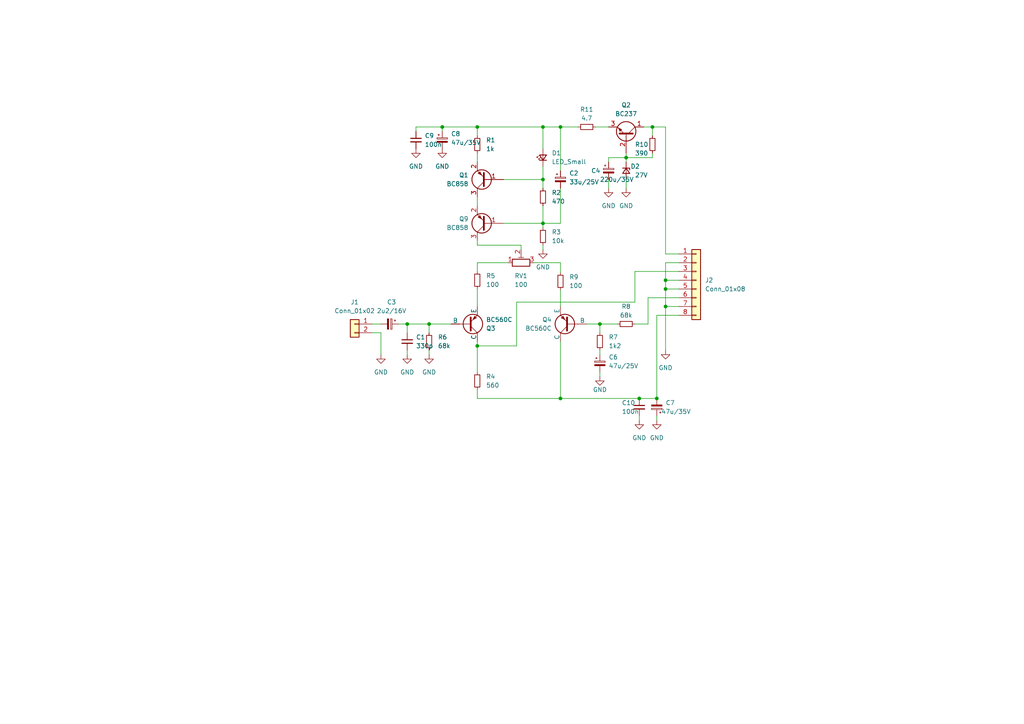
<source format=kicad_sch>
(kicad_sch (version 20230121) (generator eeschema)

  (uuid 6f31cc36-deaf-4ad7-836a-0db420f7cbcc)

  (paper "A4")

  (lib_symbols
    (symbol "Connector_Generic:Conn_01x02" (pin_names (offset 1.016) hide) (in_bom yes) (on_board yes)
      (property "Reference" "J" (at 0 2.54 0)
        (effects (font (size 1.27 1.27)))
      )
      (property "Value" "Conn_01x02" (at 0 -5.08 0)
        (effects (font (size 1.27 1.27)))
      )
      (property "Footprint" "" (at 0 0 0)
        (effects (font (size 1.27 1.27)) hide)
      )
      (property "Datasheet" "~" (at 0 0 0)
        (effects (font (size 1.27 1.27)) hide)
      )
      (property "ki_keywords" "connector" (at 0 0 0)
        (effects (font (size 1.27 1.27)) hide)
      )
      (property "ki_description" "Generic connector, single row, 01x02, script generated (kicad-library-utils/schlib/autogen/connector/)" (at 0 0 0)
        (effects (font (size 1.27 1.27)) hide)
      )
      (property "ki_fp_filters" "Connector*:*_1x??_*" (at 0 0 0)
        (effects (font (size 1.27 1.27)) hide)
      )
      (symbol "Conn_01x02_1_1"
        (rectangle (start -1.27 -2.413) (end 0 -2.667)
          (stroke (width 0.1524) (type default))
          (fill (type none))
        )
        (rectangle (start -1.27 0.127) (end 0 -0.127)
          (stroke (width 0.1524) (type default))
          (fill (type none))
        )
        (rectangle (start -1.27 1.27) (end 1.27 -3.81)
          (stroke (width 0.254) (type default))
          (fill (type background))
        )
        (pin passive line (at -5.08 0 0) (length 3.81)
          (name "Pin_1" (effects (font (size 1.27 1.27))))
          (number "1" (effects (font (size 1.27 1.27))))
        )
        (pin passive line (at -5.08 -2.54 0) (length 3.81)
          (name "Pin_2" (effects (font (size 1.27 1.27))))
          (number "2" (effects (font (size 1.27 1.27))))
        )
      )
    )
    (symbol "Connector_Generic:Conn_01x08" (pin_names (offset 1.016) hide) (in_bom yes) (on_board yes)
      (property "Reference" "J" (at 0 10.16 0)
        (effects (font (size 1.27 1.27)))
      )
      (property "Value" "Conn_01x08" (at 0 -12.7 0)
        (effects (font (size 1.27 1.27)))
      )
      (property "Footprint" "" (at 0 0 0)
        (effects (font (size 1.27 1.27)) hide)
      )
      (property "Datasheet" "~" (at 0 0 0)
        (effects (font (size 1.27 1.27)) hide)
      )
      (property "ki_keywords" "connector" (at 0 0 0)
        (effects (font (size 1.27 1.27)) hide)
      )
      (property "ki_description" "Generic connector, single row, 01x08, script generated (kicad-library-utils/schlib/autogen/connector/)" (at 0 0 0)
        (effects (font (size 1.27 1.27)) hide)
      )
      (property "ki_fp_filters" "Connector*:*_1x??_*" (at 0 0 0)
        (effects (font (size 1.27 1.27)) hide)
      )
      (symbol "Conn_01x08_1_1"
        (rectangle (start -1.27 -10.033) (end 0 -10.287)
          (stroke (width 0.1524) (type default))
          (fill (type none))
        )
        (rectangle (start -1.27 -7.493) (end 0 -7.747)
          (stroke (width 0.1524) (type default))
          (fill (type none))
        )
        (rectangle (start -1.27 -4.953) (end 0 -5.207)
          (stroke (width 0.1524) (type default))
          (fill (type none))
        )
        (rectangle (start -1.27 -2.413) (end 0 -2.667)
          (stroke (width 0.1524) (type default))
          (fill (type none))
        )
        (rectangle (start -1.27 0.127) (end 0 -0.127)
          (stroke (width 0.1524) (type default))
          (fill (type none))
        )
        (rectangle (start -1.27 2.667) (end 0 2.413)
          (stroke (width 0.1524) (type default))
          (fill (type none))
        )
        (rectangle (start -1.27 5.207) (end 0 4.953)
          (stroke (width 0.1524) (type default))
          (fill (type none))
        )
        (rectangle (start -1.27 7.747) (end 0 7.493)
          (stroke (width 0.1524) (type default))
          (fill (type none))
        )
        (rectangle (start -1.27 8.89) (end 1.27 -11.43)
          (stroke (width 0.254) (type default))
          (fill (type background))
        )
        (pin passive line (at -5.08 7.62 0) (length 3.81)
          (name "Pin_1" (effects (font (size 1.27 1.27))))
          (number "1" (effects (font (size 1.27 1.27))))
        )
        (pin passive line (at -5.08 5.08 0) (length 3.81)
          (name "Pin_2" (effects (font (size 1.27 1.27))))
          (number "2" (effects (font (size 1.27 1.27))))
        )
        (pin passive line (at -5.08 2.54 0) (length 3.81)
          (name "Pin_3" (effects (font (size 1.27 1.27))))
          (number "3" (effects (font (size 1.27 1.27))))
        )
        (pin passive line (at -5.08 0 0) (length 3.81)
          (name "Pin_4" (effects (font (size 1.27 1.27))))
          (number "4" (effects (font (size 1.27 1.27))))
        )
        (pin passive line (at -5.08 -2.54 0) (length 3.81)
          (name "Pin_5" (effects (font (size 1.27 1.27))))
          (number "5" (effects (font (size 1.27 1.27))))
        )
        (pin passive line (at -5.08 -5.08 0) (length 3.81)
          (name "Pin_6" (effects (font (size 1.27 1.27))))
          (number "6" (effects (font (size 1.27 1.27))))
        )
        (pin passive line (at -5.08 -7.62 0) (length 3.81)
          (name "Pin_7" (effects (font (size 1.27 1.27))))
          (number "7" (effects (font (size 1.27 1.27))))
        )
        (pin passive line (at -5.08 -10.16 0) (length 3.81)
          (name "Pin_8" (effects (font (size 1.27 1.27))))
          (number "8" (effects (font (size 1.27 1.27))))
        )
      )
    )
    (symbol "Device:C_Polarized_Small" (pin_numbers hide) (pin_names (offset 0.254) hide) (in_bom yes) (on_board yes)
      (property "Reference" "C" (at 0.254 1.778 0)
        (effects (font (size 1.27 1.27)) (justify left))
      )
      (property "Value" "C_Polarized_Small" (at 0.254 -2.032 0)
        (effects (font (size 1.27 1.27)) (justify left))
      )
      (property "Footprint" "" (at 0 0 0)
        (effects (font (size 1.27 1.27)) hide)
      )
      (property "Datasheet" "~" (at 0 0 0)
        (effects (font (size 1.27 1.27)) hide)
      )
      (property "ki_keywords" "cap capacitor" (at 0 0 0)
        (effects (font (size 1.27 1.27)) hide)
      )
      (property "ki_description" "Polarized capacitor, small symbol" (at 0 0 0)
        (effects (font (size 1.27 1.27)) hide)
      )
      (property "ki_fp_filters" "CP_*" (at 0 0 0)
        (effects (font (size 1.27 1.27)) hide)
      )
      (symbol "C_Polarized_Small_0_1"
        (rectangle (start -1.524 -0.3048) (end 1.524 -0.6858)
          (stroke (width 0) (type default))
          (fill (type outline))
        )
        (rectangle (start -1.524 0.6858) (end 1.524 0.3048)
          (stroke (width 0) (type default))
          (fill (type none))
        )
        (polyline
          (pts
            (xy -1.27 1.524)
            (xy -0.762 1.524)
          )
          (stroke (width 0) (type default))
          (fill (type none))
        )
        (polyline
          (pts
            (xy -1.016 1.27)
            (xy -1.016 1.778)
          )
          (stroke (width 0) (type default))
          (fill (type none))
        )
      )
      (symbol "C_Polarized_Small_1_1"
        (pin passive line (at 0 2.54 270) (length 1.8542)
          (name "~" (effects (font (size 1.27 1.27))))
          (number "1" (effects (font (size 1.27 1.27))))
        )
        (pin passive line (at 0 -2.54 90) (length 1.8542)
          (name "~" (effects (font (size 1.27 1.27))))
          (number "2" (effects (font (size 1.27 1.27))))
        )
      )
    )
    (symbol "Device:C_Small" (pin_numbers hide) (pin_names (offset 0.254) hide) (in_bom yes) (on_board yes)
      (property "Reference" "C" (at 0.254 1.778 0)
        (effects (font (size 1.27 1.27)) (justify left))
      )
      (property "Value" "C_Small" (at 0.254 -2.032 0)
        (effects (font (size 1.27 1.27)) (justify left))
      )
      (property "Footprint" "" (at 0 0 0)
        (effects (font (size 1.27 1.27)) hide)
      )
      (property "Datasheet" "~" (at 0 0 0)
        (effects (font (size 1.27 1.27)) hide)
      )
      (property "ki_keywords" "capacitor cap" (at 0 0 0)
        (effects (font (size 1.27 1.27)) hide)
      )
      (property "ki_description" "Unpolarized capacitor, small symbol" (at 0 0 0)
        (effects (font (size 1.27 1.27)) hide)
      )
      (property "ki_fp_filters" "C_*" (at 0 0 0)
        (effects (font (size 1.27 1.27)) hide)
      )
      (symbol "C_Small_0_1"
        (polyline
          (pts
            (xy -1.524 -0.508)
            (xy 1.524 -0.508)
          )
          (stroke (width 0.3302) (type default))
          (fill (type none))
        )
        (polyline
          (pts
            (xy -1.524 0.508)
            (xy 1.524 0.508)
          )
          (stroke (width 0.3048) (type default))
          (fill (type none))
        )
      )
      (symbol "C_Small_1_1"
        (pin passive line (at 0 2.54 270) (length 2.032)
          (name "~" (effects (font (size 1.27 1.27))))
          (number "1" (effects (font (size 1.27 1.27))))
        )
        (pin passive line (at 0 -2.54 90) (length 2.032)
          (name "~" (effects (font (size 1.27 1.27))))
          (number "2" (effects (font (size 1.27 1.27))))
        )
      )
    )
    (symbol "Device:D_Zener_Small" (pin_numbers hide) (pin_names (offset 0.254) hide) (in_bom yes) (on_board yes)
      (property "Reference" "D" (at 0 2.286 0)
        (effects (font (size 1.27 1.27)))
      )
      (property "Value" "D_Zener_Small" (at 0 -2.286 0)
        (effects (font (size 1.27 1.27)))
      )
      (property "Footprint" "" (at 0 0 90)
        (effects (font (size 1.27 1.27)) hide)
      )
      (property "Datasheet" "~" (at 0 0 90)
        (effects (font (size 1.27 1.27)) hide)
      )
      (property "ki_keywords" "diode" (at 0 0 0)
        (effects (font (size 1.27 1.27)) hide)
      )
      (property "ki_description" "Zener diode, small symbol" (at 0 0 0)
        (effects (font (size 1.27 1.27)) hide)
      )
      (property "ki_fp_filters" "TO-???* *_Diode_* *SingleDiode* D_*" (at 0 0 0)
        (effects (font (size 1.27 1.27)) hide)
      )
      (symbol "D_Zener_Small_0_1"
        (polyline
          (pts
            (xy 0.762 0)
            (xy -0.762 0)
          )
          (stroke (width 0) (type default))
          (fill (type none))
        )
        (polyline
          (pts
            (xy -0.254 1.016)
            (xy -0.762 1.016)
            (xy -0.762 -1.016)
          )
          (stroke (width 0.254) (type default))
          (fill (type none))
        )
        (polyline
          (pts
            (xy 0.762 1.016)
            (xy -0.762 0)
            (xy 0.762 -1.016)
            (xy 0.762 1.016)
          )
          (stroke (width 0.254) (type default))
          (fill (type none))
        )
      )
      (symbol "D_Zener_Small_1_1"
        (pin passive line (at -2.54 0 0) (length 1.778)
          (name "K" (effects (font (size 1.27 1.27))))
          (number "1" (effects (font (size 1.27 1.27))))
        )
        (pin passive line (at 2.54 0 180) (length 1.778)
          (name "A" (effects (font (size 1.27 1.27))))
          (number "2" (effects (font (size 1.27 1.27))))
        )
      )
    )
    (symbol "Device:LED_Small" (pin_numbers hide) (pin_names (offset 0.254) hide) (in_bom yes) (on_board yes)
      (property "Reference" "D" (at -1.27 3.175 0)
        (effects (font (size 1.27 1.27)) (justify left))
      )
      (property "Value" "LED_Small" (at -4.445 -2.54 0)
        (effects (font (size 1.27 1.27)) (justify left))
      )
      (property "Footprint" "" (at 0 0 90)
        (effects (font (size 1.27 1.27)) hide)
      )
      (property "Datasheet" "~" (at 0 0 90)
        (effects (font (size 1.27 1.27)) hide)
      )
      (property "ki_keywords" "LED diode light-emitting-diode" (at 0 0 0)
        (effects (font (size 1.27 1.27)) hide)
      )
      (property "ki_description" "Light emitting diode, small symbol" (at 0 0 0)
        (effects (font (size 1.27 1.27)) hide)
      )
      (property "ki_fp_filters" "LED* LED_SMD:* LED_THT:*" (at 0 0 0)
        (effects (font (size 1.27 1.27)) hide)
      )
      (symbol "LED_Small_0_1"
        (polyline
          (pts
            (xy -0.762 -1.016)
            (xy -0.762 1.016)
          )
          (stroke (width 0.254) (type default))
          (fill (type none))
        )
        (polyline
          (pts
            (xy 1.016 0)
            (xy -0.762 0)
          )
          (stroke (width 0) (type default))
          (fill (type none))
        )
        (polyline
          (pts
            (xy 0.762 -1.016)
            (xy -0.762 0)
            (xy 0.762 1.016)
            (xy 0.762 -1.016)
          )
          (stroke (width 0.254) (type default))
          (fill (type none))
        )
        (polyline
          (pts
            (xy 0 0.762)
            (xy -0.508 1.27)
            (xy -0.254 1.27)
            (xy -0.508 1.27)
            (xy -0.508 1.016)
          )
          (stroke (width 0) (type default))
          (fill (type none))
        )
        (polyline
          (pts
            (xy 0.508 1.27)
            (xy 0 1.778)
            (xy 0.254 1.778)
            (xy 0 1.778)
            (xy 0 1.524)
          )
          (stroke (width 0) (type default))
          (fill (type none))
        )
      )
      (symbol "LED_Small_1_1"
        (pin passive line (at -2.54 0 0) (length 1.778)
          (name "K" (effects (font (size 1.27 1.27))))
          (number "1" (effects (font (size 1.27 1.27))))
        )
        (pin passive line (at 2.54 0 180) (length 1.778)
          (name "A" (effects (font (size 1.27 1.27))))
          (number "2" (effects (font (size 1.27 1.27))))
        )
      )
    )
    (symbol "Device:R_Potentiometer_Trim" (pin_names (offset 1.016) hide) (in_bom yes) (on_board yes)
      (property "Reference" "RV" (at -4.445 0 90)
        (effects (font (size 1.27 1.27)))
      )
      (property "Value" "R_Potentiometer_Trim" (at -2.54 0 90)
        (effects (font (size 1.27 1.27)))
      )
      (property "Footprint" "" (at 0 0 0)
        (effects (font (size 1.27 1.27)) hide)
      )
      (property "Datasheet" "~" (at 0 0 0)
        (effects (font (size 1.27 1.27)) hide)
      )
      (property "ki_keywords" "resistor variable trimpot trimmer" (at 0 0 0)
        (effects (font (size 1.27 1.27)) hide)
      )
      (property "ki_description" "Trim-potentiometer" (at 0 0 0)
        (effects (font (size 1.27 1.27)) hide)
      )
      (property "ki_fp_filters" "Potentiometer*" (at 0 0 0)
        (effects (font (size 1.27 1.27)) hide)
      )
      (symbol "R_Potentiometer_Trim_0_1"
        (polyline
          (pts
            (xy 1.524 0.762)
            (xy 1.524 -0.762)
          )
          (stroke (width 0) (type default))
          (fill (type none))
        )
        (polyline
          (pts
            (xy 2.54 0)
            (xy 1.524 0)
          )
          (stroke (width 0) (type default))
          (fill (type none))
        )
        (rectangle (start 1.016 2.54) (end -1.016 -2.54)
          (stroke (width 0.254) (type default))
          (fill (type none))
        )
      )
      (symbol "R_Potentiometer_Trim_1_1"
        (pin passive line (at 0 3.81 270) (length 1.27)
          (name "1" (effects (font (size 1.27 1.27))))
          (number "1" (effects (font (size 1.27 1.27))))
        )
        (pin passive line (at 3.81 0 180) (length 1.27)
          (name "2" (effects (font (size 1.27 1.27))))
          (number "2" (effects (font (size 1.27 1.27))))
        )
        (pin passive line (at 0 -3.81 90) (length 1.27)
          (name "3" (effects (font (size 1.27 1.27))))
          (number "3" (effects (font (size 1.27 1.27))))
        )
      )
    )
    (symbol "Device:R_Small" (pin_numbers hide) (pin_names (offset 0.254) hide) (in_bom yes) (on_board yes)
      (property "Reference" "R" (at 0.762 0.508 0)
        (effects (font (size 1.27 1.27)) (justify left))
      )
      (property "Value" "R_Small" (at 0.762 -1.016 0)
        (effects (font (size 1.27 1.27)) (justify left))
      )
      (property "Footprint" "" (at 0 0 0)
        (effects (font (size 1.27 1.27)) hide)
      )
      (property "Datasheet" "~" (at 0 0 0)
        (effects (font (size 1.27 1.27)) hide)
      )
      (property "ki_keywords" "R resistor" (at 0 0 0)
        (effects (font (size 1.27 1.27)) hide)
      )
      (property "ki_description" "Resistor, small symbol" (at 0 0 0)
        (effects (font (size 1.27 1.27)) hide)
      )
      (property "ki_fp_filters" "R_*" (at 0 0 0)
        (effects (font (size 1.27 1.27)) hide)
      )
      (symbol "R_Small_0_1"
        (rectangle (start -0.762 1.778) (end 0.762 -1.778)
          (stroke (width 0.2032) (type default))
          (fill (type none))
        )
      )
      (symbol "R_Small_1_1"
        (pin passive line (at 0 2.54 270) (length 0.762)
          (name "~" (effects (font (size 1.27 1.27))))
          (number "1" (effects (font (size 1.27 1.27))))
        )
        (pin passive line (at 0 -2.54 90) (length 0.762)
          (name "~" (effects (font (size 1.27 1.27))))
          (number "2" (effects (font (size 1.27 1.27))))
        )
      )
    )
    (symbol "Simulation_SPICE:PNP" (pin_numbers hide) (pin_names (offset 0)) (in_bom yes) (on_board yes)
      (property "Reference" "Q" (at -2.54 7.62 0)
        (effects (font (size 1.27 1.27)))
      )
      (property "Value" "PNP" (at -2.54 5.08 0)
        (effects (font (size 1.27 1.27)))
      )
      (property "Footprint" "" (at 35.56 0 0)
        (effects (font (size 1.27 1.27)) hide)
      )
      (property "Datasheet" "~" (at 35.56 0 0)
        (effects (font (size 1.27 1.27)) hide)
      )
      (property "Sim.Device" "PNP" (at 0 0 0)
        (effects (font (size 1.27 1.27)) hide)
      )
      (property "Sim.Type" "GUMMELPOON" (at 0 0 0)
        (effects (font (size 1.27 1.27)) hide)
      )
      (property "Sim.Pins" "1=C 2=B 3=E" (at 0 0 0)
        (effects (font (size 1.27 1.27)) hide)
      )
      (property "ki_keywords" "simulation" (at 0 0 0)
        (effects (font (size 1.27 1.27)) hide)
      )
      (property "ki_description" "Bipolar transistor symbol for simulation only, substrate tied to the emitter" (at 0 0 0)
        (effects (font (size 1.27 1.27)) hide)
      )
      (symbol "PNP_0_1"
        (polyline
          (pts
            (xy -2.54 0)
            (xy 0.635 0)
          )
          (stroke (width 0.1524) (type default))
          (fill (type none))
        )
        (polyline
          (pts
            (xy 0.635 0.635)
            (xy 2.54 2.54)
          )
          (stroke (width 0) (type default))
          (fill (type none))
        )
        (polyline
          (pts
            (xy 0.635 -0.635)
            (xy 2.54 -2.54)
            (xy 2.54 -2.54)
          )
          (stroke (width 0) (type default))
          (fill (type none))
        )
        (polyline
          (pts
            (xy 0.635 1.905)
            (xy 0.635 -1.905)
            (xy 0.635 -1.905)
          )
          (stroke (width 0.508) (type default))
          (fill (type none))
        )
        (polyline
          (pts
            (xy 2.286 -1.778)
            (xy 1.778 -2.286)
            (xy 1.27 -1.27)
            (xy 2.286 -1.778)
            (xy 2.286 -1.778)
          )
          (stroke (width 0) (type default))
          (fill (type outline))
        )
        (circle (center 1.27 0) (radius 2.8194)
          (stroke (width 0.254) (type default))
          (fill (type none))
        )
      )
      (symbol "PNP_1_1"
        (pin open_collector line (at 2.54 5.08 270) (length 2.54)
          (name "C" (effects (font (size 1.27 1.27))))
          (number "1" (effects (font (size 1.27 1.27))))
        )
        (pin input line (at -5.08 0 0) (length 2.54)
          (name "B" (effects (font (size 1.27 1.27))))
          (number "2" (effects (font (size 1.27 1.27))))
        )
        (pin open_emitter line (at 2.54 -5.08 90) (length 2.54)
          (name "E" (effects (font (size 1.27 1.27))))
          (number "3" (effects (font (size 1.27 1.27))))
        )
      )
    )
    (symbol "Transistor_BJT:BC237" (pin_names (offset 0) hide) (in_bom yes) (on_board yes)
      (property "Reference" "Q" (at 5.08 1.905 0)
        (effects (font (size 1.27 1.27)) (justify left))
      )
      (property "Value" "BC237" (at 5.08 0 0)
        (effects (font (size 1.27 1.27)) (justify left))
      )
      (property "Footprint" "Package_TO_SOT_THT:TO-92_Inline" (at 5.08 -1.905 0)
        (effects (font (size 1.27 1.27) italic) (justify left) hide)
      )
      (property "Datasheet" "http://www.onsemi.com/pub_link/Collateral/BC237-D.PDF" (at 0 0 0)
        (effects (font (size 1.27 1.27)) (justify left) hide)
      )
      (property "ki_keywords" "Epitaxial Silicon NPN Transistor" (at 0 0 0)
        (effects (font (size 1.27 1.27)) hide)
      )
      (property "ki_description" "100mA Ic, 50V Vce, Epitaxial Silicon NPN Transistor, TO-92" (at 0 0 0)
        (effects (font (size 1.27 1.27)) hide)
      )
      (property "ki_fp_filters" "TO?92*" (at 0 0 0)
        (effects (font (size 1.27 1.27)) hide)
      )
      (symbol "BC237_0_1"
        (polyline
          (pts
            (xy 0 0)
            (xy 0.635 0)
          )
          (stroke (width 0) (type default))
          (fill (type none))
        )
        (polyline
          (pts
            (xy 0.635 0.635)
            (xy 2.54 2.54)
          )
          (stroke (width 0) (type default))
          (fill (type none))
        )
        (polyline
          (pts
            (xy 0.635 -0.635)
            (xy 2.54 -2.54)
            (xy 2.54 -2.54)
          )
          (stroke (width 0) (type default))
          (fill (type none))
        )
        (polyline
          (pts
            (xy 0.635 1.905)
            (xy 0.635 -1.905)
            (xy 0.635 -1.905)
          )
          (stroke (width 0.508) (type default))
          (fill (type none))
        )
        (polyline
          (pts
            (xy 1.27 -1.778)
            (xy 1.778 -1.27)
            (xy 2.286 -2.286)
            (xy 1.27 -1.778)
            (xy 1.27 -1.778)
          )
          (stroke (width 0) (type default))
          (fill (type outline))
        )
        (circle (center 1.27 0) (radius 2.8194)
          (stroke (width 0.254) (type default))
          (fill (type none))
        )
      )
      (symbol "BC237_1_1"
        (pin passive line (at 2.54 5.08 270) (length 2.54)
          (name "C" (effects (font (size 1.27 1.27))))
          (number "1" (effects (font (size 1.27 1.27))))
        )
        (pin input line (at -5.08 0 0) (length 5.08)
          (name "B" (effects (font (size 1.27 1.27))))
          (number "2" (effects (font (size 1.27 1.27))))
        )
        (pin passive line (at 2.54 -5.08 90) (length 2.54)
          (name "E" (effects (font (size 1.27 1.27))))
          (number "3" (effects (font (size 1.27 1.27))))
        )
      )
    )
    (symbol "Transistor_BJT:BC858" (pin_names (offset 0) hide) (in_bom yes) (on_board yes)
      (property "Reference" "Q" (at 5.08 1.905 0)
        (effects (font (size 1.27 1.27)) (justify left))
      )
      (property "Value" "BC858" (at 5.08 0 0)
        (effects (font (size 1.27 1.27)) (justify left))
      )
      (property "Footprint" "Package_TO_SOT_SMD:SOT-23" (at 5.08 -1.905 0)
        (effects (font (size 1.27 1.27) italic) (justify left) hide)
      )
      (property "Datasheet" "https://www.onsemi.com/pub/Collateral/BC860-D.pdf" (at 0 0 0)
        (effects (font (size 1.27 1.27)) (justify left) hide)
      )
      (property "ki_keywords" "PNP transistor" (at 0 0 0)
        (effects (font (size 1.27 1.27)) hide)
      )
      (property "ki_description" "0.1A Ic, 30V Vce, PNP Transistor, SOT-23" (at 0 0 0)
        (effects (font (size 1.27 1.27)) hide)
      )
      (property "ki_fp_filters" "SOT?23*" (at 0 0 0)
        (effects (font (size 1.27 1.27)) hide)
      )
      (symbol "BC858_0_1"
        (polyline
          (pts
            (xy 0.635 0.635)
            (xy 2.54 2.54)
          )
          (stroke (width 0) (type default))
          (fill (type none))
        )
        (polyline
          (pts
            (xy 0.635 -0.635)
            (xy 2.54 -2.54)
            (xy 2.54 -2.54)
          )
          (stroke (width 0) (type default))
          (fill (type none))
        )
        (polyline
          (pts
            (xy 0.635 1.905)
            (xy 0.635 -1.905)
            (xy 0.635 -1.905)
          )
          (stroke (width 0.508) (type default))
          (fill (type none))
        )
        (polyline
          (pts
            (xy 2.286 -1.778)
            (xy 1.778 -2.286)
            (xy 1.27 -1.27)
            (xy 2.286 -1.778)
            (xy 2.286 -1.778)
          )
          (stroke (width 0) (type default))
          (fill (type outline))
        )
        (circle (center 1.27 0) (radius 2.8194)
          (stroke (width 0.254) (type default))
          (fill (type none))
        )
      )
      (symbol "BC858_1_1"
        (pin input line (at -5.08 0 0) (length 5.715)
          (name "B" (effects (font (size 1.27 1.27))))
          (number "1" (effects (font (size 1.27 1.27))))
        )
        (pin passive line (at 2.54 -5.08 90) (length 2.54)
          (name "E" (effects (font (size 1.27 1.27))))
          (number "2" (effects (font (size 1.27 1.27))))
        )
        (pin passive line (at 2.54 5.08 270) (length 2.54)
          (name "C" (effects (font (size 1.27 1.27))))
          (number "3" (effects (font (size 1.27 1.27))))
        )
      )
    )
    (symbol "power:GND" (power) (pin_names (offset 0)) (in_bom yes) (on_board yes)
      (property "Reference" "#PWR" (at 0 -6.35 0)
        (effects (font (size 1.27 1.27)) hide)
      )
      (property "Value" "GND" (at 0 -3.81 0)
        (effects (font (size 1.27 1.27)))
      )
      (property "Footprint" "" (at 0 0 0)
        (effects (font (size 1.27 1.27)) hide)
      )
      (property "Datasheet" "" (at 0 0 0)
        (effects (font (size 1.27 1.27)) hide)
      )
      (property "ki_keywords" "global power" (at 0 0 0)
        (effects (font (size 1.27 1.27)) hide)
      )
      (property "ki_description" "Power symbol creates a global label with name \"GND\" , ground" (at 0 0 0)
        (effects (font (size 1.27 1.27)) hide)
      )
      (symbol "GND_0_1"
        (polyline
          (pts
            (xy 0 0)
            (xy 0 -1.27)
            (xy 1.27 -1.27)
            (xy 0 -2.54)
            (xy -1.27 -1.27)
            (xy 0 -1.27)
          )
          (stroke (width 0) (type default))
          (fill (type none))
        )
      )
      (symbol "GND_1_1"
        (pin power_in line (at 0 0 270) (length 0) hide
          (name "GND" (effects (font (size 1.27 1.27))))
          (number "1" (effects (font (size 1.27 1.27))))
        )
      )
    )
  )

  (junction (at 157.48 36.83) (diameter 0) (color 0 0 0 0)
    (uuid 035e0583-8d49-463c-8906-cf7542a91e03)
  )
  (junction (at 193.04 81.28) (diameter 0) (color 0 0 0 0)
    (uuid 25bf7b73-2449-4e6d-b0e8-aad47a0c9153)
  )
  (junction (at 124.46 93.98) (diameter 0) (color 0 0 0 0)
    (uuid 3adaf331-6a38-41ae-a6d3-d54cf726e8c6)
  )
  (junction (at 157.48 64.77) (diameter 0) (color 0 0 0 0)
    (uuid 4d4f5cd1-4e4a-4558-b81e-d889df738ee8)
  )
  (junction (at 193.04 83.82) (diameter 0) (color 0 0 0 0)
    (uuid 5920e284-233a-4cbc-8b9a-5a4da2b83745)
  )
  (junction (at 193.04 88.9) (diameter 0) (color 0 0 0 0)
    (uuid 62a104cc-4bf9-444d-b0be-3647a0ede373)
  )
  (junction (at 185.42 115.57) (diameter 0) (color 0 0 0 0)
    (uuid 7e62530b-0220-4145-920b-20a390691c9d)
  )
  (junction (at 128.27 36.83) (diameter 0) (color 0 0 0 0)
    (uuid 830d9109-6490-4651-9f8e-ade372cdaca2)
  )
  (junction (at 138.43 100.33) (diameter 0) (color 0 0 0 0)
    (uuid 8d5356e7-1007-4695-b91c-334e245f5180)
  )
  (junction (at 181.61 45.72) (diameter 0) (color 0 0 0 0)
    (uuid 97a819fe-55a6-4970-9a61-dfe323060fe2)
  )
  (junction (at 162.56 115.57) (diameter 0) (color 0 0 0 0)
    (uuid b31bef8f-75fb-4c21-a561-5fbe8eb85af8)
  )
  (junction (at 157.48 52.07) (diameter 0) (color 0 0 0 0)
    (uuid c0eb3354-f9c4-4c24-bd66-e7ae3be6f177)
  )
  (junction (at 189.23 36.83) (diameter 0) (color 0 0 0 0)
    (uuid c3aa6881-a46e-45dd-b3a5-44b159e39414)
  )
  (junction (at 138.43 36.83) (diameter 0) (color 0 0 0 0)
    (uuid cf16daed-5bf2-497d-bb38-5f88b5c79f70)
  )
  (junction (at 173.99 93.98) (diameter 0) (color 0 0 0 0)
    (uuid dd30597a-8a74-498c-b679-0cf6687bf3de)
  )
  (junction (at 190.5 115.57) (diameter 0) (color 0 0 0 0)
    (uuid de6551f0-3dd9-4819-b2f9-81c4b7aacaec)
  )
  (junction (at 162.56 36.83) (diameter 0) (color 0 0 0 0)
    (uuid dffe7864-bd7d-4b7f-9bcd-ab2f3ac0df62)
  )
  (junction (at 118.11 93.98) (diameter 0) (color 0 0 0 0)
    (uuid fe1e7117-fae2-479d-913b-17d8692ac1f3)
  )

  (wire (pts (xy 120.65 36.83) (xy 120.65 38.1))
    (stroke (width 0) (type default))
    (uuid 019f3f08-8dd7-4629-9718-a20216be57ca)
  )
  (wire (pts (xy 138.43 71.12) (xy 138.43 69.85))
    (stroke (width 0) (type default))
    (uuid 032e41bb-97a8-43ee-ae46-c217aa2db39e)
  )
  (wire (pts (xy 138.43 57.15) (xy 138.43 59.69))
    (stroke (width 0) (type default))
    (uuid 055c60d1-1942-4e4e-b622-f2c8e159af4b)
  )
  (wire (pts (xy 173.99 107.95) (xy 173.99 109.22))
    (stroke (width 0) (type default))
    (uuid 079ffdcd-c60b-46a2-acd0-94a582d19071)
  )
  (wire (pts (xy 107.95 96.52) (xy 110.49 96.52))
    (stroke (width 0) (type default))
    (uuid 09cf0f0f-fbf7-474f-bf8e-f4234e3390b5)
  )
  (wire (pts (xy 128.27 38.1) (xy 128.27 36.83))
    (stroke (width 0) (type default))
    (uuid 0eb7b2c7-cbdb-4b1f-a6e2-be7546062b06)
  )
  (wire (pts (xy 193.04 81.28) (xy 196.85 81.28))
    (stroke (width 0) (type default))
    (uuid 1d22b485-05c5-4303-a8d3-009bdd1d8566)
  )
  (wire (pts (xy 196.85 73.66) (xy 193.04 73.66))
    (stroke (width 0) (type default))
    (uuid 21d1451a-fb0c-457e-afe1-24c046415f5f)
  )
  (wire (pts (xy 157.48 59.69) (xy 157.48 64.77))
    (stroke (width 0) (type default))
    (uuid 24c4a3fb-0906-4970-80c6-8c98be5c1783)
  )
  (wire (pts (xy 176.53 52.07) (xy 176.53 54.61))
    (stroke (width 0) (type default))
    (uuid 27b7e29e-f93d-4ef1-8ab7-f1f8a2ee8eb0)
  )
  (wire (pts (xy 149.86 87.63) (xy 184.15 87.63))
    (stroke (width 0) (type default))
    (uuid 2cf1b0ab-148c-483d-a53d-705e7c45604e)
  )
  (wire (pts (xy 110.49 102.87) (xy 110.49 96.52))
    (stroke (width 0) (type default))
    (uuid 2dec40a2-beef-4790-bafa-0a9459f2902a)
  )
  (wire (pts (xy 196.85 76.2) (xy 193.04 76.2))
    (stroke (width 0) (type default))
    (uuid 318d4dea-d409-4b4d-9698-b38e0716ad5f)
  )
  (wire (pts (xy 176.53 46.99) (xy 176.53 45.72))
    (stroke (width 0) (type default))
    (uuid 31d307b1-ebb5-4ae9-a320-4a1e37f44870)
  )
  (wire (pts (xy 124.46 93.98) (xy 130.81 93.98))
    (stroke (width 0) (type default))
    (uuid 329b4884-b5ee-4530-8bb8-9e99ac2c7533)
  )
  (wire (pts (xy 162.56 115.57) (xy 185.42 115.57))
    (stroke (width 0) (type default))
    (uuid 32a8afc9-feb3-472f-8e19-bcc1b154d1ca)
  )
  (wire (pts (xy 193.04 83.82) (xy 193.04 88.9))
    (stroke (width 0) (type default))
    (uuid 34ea1c23-0734-490f-aa8f-c46c75de9d94)
  )
  (wire (pts (xy 138.43 36.83) (xy 157.48 36.83))
    (stroke (width 0) (type default))
    (uuid 35d0b748-5153-49af-bfdb-f51ad7229613)
  )
  (wire (pts (xy 157.48 71.12) (xy 157.48 72.39))
    (stroke (width 0) (type default))
    (uuid 3adfe751-07c8-4276-90dc-01871a7b7e9d)
  )
  (wire (pts (xy 172.72 36.83) (xy 176.53 36.83))
    (stroke (width 0) (type default))
    (uuid 3c90d084-eb2c-43b3-bbca-edc5e69e3658)
  )
  (wire (pts (xy 186.69 36.83) (xy 189.23 36.83))
    (stroke (width 0) (type default))
    (uuid 442d6cd8-2c4b-41e2-a0b4-f6cd3d715c8b)
  )
  (wire (pts (xy 118.11 93.98) (xy 124.46 93.98))
    (stroke (width 0) (type default))
    (uuid 44a5103e-0868-4263-8a0c-92c3bc946768)
  )
  (wire (pts (xy 193.04 88.9) (xy 193.04 101.6))
    (stroke (width 0) (type default))
    (uuid 45267256-35cb-4722-a55f-ffa9168f7e7b)
  )
  (wire (pts (xy 170.18 93.98) (xy 173.99 93.98))
    (stroke (width 0) (type default))
    (uuid 464b266f-0f8b-4908-9b0d-f89578ca08f7)
  )
  (wire (pts (xy 193.04 76.2) (xy 193.04 81.28))
    (stroke (width 0) (type default))
    (uuid 466481b0-ccbf-4739-9311-b857d3c3f21f)
  )
  (wire (pts (xy 124.46 101.6) (xy 124.46 102.87))
    (stroke (width 0) (type default))
    (uuid 47bc0733-6418-4882-94e6-734ae181439d)
  )
  (wire (pts (xy 185.42 115.57) (xy 190.5 115.57))
    (stroke (width 0) (type default))
    (uuid 47cd3b41-af38-471e-92a2-21cf29f9604c)
  )
  (wire (pts (xy 181.61 45.72) (xy 181.61 46.99))
    (stroke (width 0) (type default))
    (uuid 4b02f839-aceb-485d-8fdf-9be260ad36f8)
  )
  (wire (pts (xy 162.56 49.53) (xy 162.56 36.83))
    (stroke (width 0) (type default))
    (uuid 4c3801df-60da-42cd-b3b7-ce65a12b6fff)
  )
  (wire (pts (xy 146.05 52.07) (xy 157.48 52.07))
    (stroke (width 0) (type default))
    (uuid 4f7e29be-40c4-46a0-9626-90a394667acb)
  )
  (wire (pts (xy 184.15 78.74) (xy 196.85 78.74))
    (stroke (width 0) (type default))
    (uuid 584e6e47-91c0-4e0f-b544-1aad1311aa88)
  )
  (wire (pts (xy 181.61 52.07) (xy 181.61 54.61))
    (stroke (width 0) (type default))
    (uuid 5a0fd9d7-a116-4eea-b39f-d75792ecaf26)
  )
  (wire (pts (xy 189.23 36.83) (xy 189.23 39.37))
    (stroke (width 0) (type default))
    (uuid 5d1b4540-88f9-4d78-9ead-54dee7902a37)
  )
  (wire (pts (xy 184.15 87.63) (xy 184.15 78.74))
    (stroke (width 0) (type default))
    (uuid 5de733fc-ff08-4bc3-99f4-698e962a4cea)
  )
  (wire (pts (xy 118.11 93.98) (xy 118.11 96.52))
    (stroke (width 0) (type default))
    (uuid 60fee66d-3cc2-4fc8-826d-c46b950dbd3e)
  )
  (wire (pts (xy 118.11 101.6) (xy 118.11 102.87))
    (stroke (width 0) (type default))
    (uuid 619fa879-325b-4767-8ce5-427245cebdef)
  )
  (wire (pts (xy 173.99 93.98) (xy 173.99 96.52))
    (stroke (width 0) (type default))
    (uuid 66569f9e-3237-4fb0-ad47-684f660ac9dc)
  )
  (wire (pts (xy 162.56 88.9) (xy 162.56 84.1429))
    (stroke (width 0) (type default))
    (uuid 6f6e64a3-f392-4803-b925-335dcacf93fb)
  )
  (wire (pts (xy 162.56 99.06) (xy 162.56 115.57))
    (stroke (width 0) (type default))
    (uuid 721d2b12-0580-49df-98dc-ebb61c98a4bc)
  )
  (wire (pts (xy 181.61 44.45) (xy 181.61 45.72))
    (stroke (width 0) (type default))
    (uuid 72d2c9d6-9dc4-4c1b-9d8e-4225c0269d22)
  )
  (wire (pts (xy 154.94 76.2) (xy 162.56 76.2))
    (stroke (width 0) (type default))
    (uuid 77ce9188-0ee6-4428-bf5b-d1bf7123d523)
  )
  (wire (pts (xy 193.04 81.28) (xy 193.04 83.82))
    (stroke (width 0) (type default))
    (uuid 7897100c-09e7-40d3-8e7c-abf14746c4ab)
  )
  (wire (pts (xy 146.05 64.77) (xy 157.48 64.77))
    (stroke (width 0) (type default))
    (uuid 7fb7b6f1-d3d9-4b46-b308-f0634cf06f45)
  )
  (wire (pts (xy 185.42 121.92) (xy 185.42 120.65))
    (stroke (width 0) (type default))
    (uuid 80d88848-41df-446e-8083-403c4c1c83ae)
  )
  (wire (pts (xy 138.43 115.57) (xy 162.56 115.57))
    (stroke (width 0) (type default))
    (uuid 812395cd-b40d-4fa3-9720-2d62ec51c792)
  )
  (wire (pts (xy 196.85 91.44) (xy 190.5 91.44))
    (stroke (width 0) (type default))
    (uuid 8250d9fc-304f-4e8a-aa73-7cca60ba0eb1)
  )
  (wire (pts (xy 187.96 86.36) (xy 187.96 93.98))
    (stroke (width 0) (type default))
    (uuid 826b8b8f-b758-428b-98ae-777069b2be35)
  )
  (wire (pts (xy 187.96 86.36) (xy 196.85 86.36))
    (stroke (width 0) (type default))
    (uuid 85173134-a0e4-42ac-8138-61e76d3a7143)
  )
  (wire (pts (xy 151.13 71.12) (xy 138.43 71.12))
    (stroke (width 0) (type default))
    (uuid 85a750a5-640e-431a-a820-d59a64f497d7)
  )
  (wire (pts (xy 176.53 45.72) (xy 181.61 45.72))
    (stroke (width 0) (type default))
    (uuid 8b050591-3377-46d7-ab2d-53ccca4b3043)
  )
  (wire (pts (xy 190.5 121.92) (xy 190.5 120.65))
    (stroke (width 0) (type default))
    (uuid 904067d2-8d39-42ea-8245-72b702dedfa3)
  )
  (wire (pts (xy 162.56 79.0629) (xy 162.56 76.2))
    (stroke (width 0) (type default))
    (uuid 95f9d459-d277-48b6-a355-3c129adfa338)
  )
  (wire (pts (xy 115.57 93.98) (xy 118.11 93.98))
    (stroke (width 0) (type default))
    (uuid 9aa188d0-67d4-47ea-8f77-0aaba0d9a8cd)
  )
  (wire (pts (xy 157.48 52.07) (xy 157.48 54.61))
    (stroke (width 0) (type default))
    (uuid 9f20bdb9-4952-4300-9171-cb770511d77f)
  )
  (wire (pts (xy 157.48 36.83) (xy 162.56 36.83))
    (stroke (width 0) (type default))
    (uuid a2ba1737-0add-4348-bfca-89f642ae5476)
  )
  (wire (pts (xy 157.48 43.18) (xy 157.48 36.83))
    (stroke (width 0) (type default))
    (uuid a594b6a4-4dec-4585-b28e-b1ab297c79ea)
  )
  (wire (pts (xy 138.43 76.2) (xy 138.43 78.74))
    (stroke (width 0) (type default))
    (uuid a6e2e111-47a7-423c-9b45-54dcbdeff9ed)
  )
  (wire (pts (xy 189.23 44.45) (xy 189.23 45.72))
    (stroke (width 0) (type default))
    (uuid b1b0d3b2-1178-4d54-aa0f-64f39ceb0e3e)
  )
  (wire (pts (xy 173.99 93.98) (xy 179.07 93.98))
    (stroke (width 0) (type default))
    (uuid b1df555a-8242-4940-a3f4-b0df1ddf2076)
  )
  (wire (pts (xy 147.32 76.2) (xy 138.43 76.2))
    (stroke (width 0) (type default))
    (uuid b34dcb95-a0b0-422b-81be-59684a46f36c)
  )
  (wire (pts (xy 128.27 36.83) (xy 138.43 36.83))
    (stroke (width 0) (type default))
    (uuid b36f2111-6169-44f9-a182-4701f51d3b74)
  )
  (wire (pts (xy 157.48 48.26) (xy 157.48 52.07))
    (stroke (width 0) (type default))
    (uuid b86991f0-1de7-4f78-b6dc-fd12705f173c)
  )
  (wire (pts (xy 138.43 44.45) (xy 138.43 46.99))
    (stroke (width 0) (type default))
    (uuid bac7f303-78cf-42a4-9d1b-62717daee0e2)
  )
  (wire (pts (xy 190.5 91.44) (xy 190.5 115.57))
    (stroke (width 0) (type default))
    (uuid bccae72f-3ef9-4229-b876-d008a651a292)
  )
  (wire (pts (xy 107.95 93.98) (xy 110.49 93.98))
    (stroke (width 0) (type default))
    (uuid be2afb69-f62e-4412-a067-e57986d3a360)
  )
  (wire (pts (xy 138.43 113.03) (xy 138.43 115.57))
    (stroke (width 0) (type default))
    (uuid c098d6cb-87d8-43b5-b9f5-caf05442a854)
  )
  (wire (pts (xy 189.23 36.83) (xy 193.04 36.83))
    (stroke (width 0) (type default))
    (uuid c3da451b-e9e1-4685-a231-3c2c450e9ead)
  )
  (wire (pts (xy 193.04 88.9) (xy 196.85 88.9))
    (stroke (width 0) (type default))
    (uuid c41bebb2-5173-4137-a6ef-c8c0de4faecb)
  )
  (wire (pts (xy 138.43 100.33) (xy 149.86 100.33))
    (stroke (width 0) (type default))
    (uuid c813e0cc-23bf-4104-b00b-76ed13c70067)
  )
  (wire (pts (xy 157.48 64.77) (xy 162.56 64.77))
    (stroke (width 0) (type default))
    (uuid cbc3f4fa-1d62-4863-a71e-209c653d7dc8)
  )
  (wire (pts (xy 173.99 101.6) (xy 173.99 102.87))
    (stroke (width 0) (type default))
    (uuid cf2668a4-7ff7-43c5-8acd-5328b6ac64e0)
  )
  (wire (pts (xy 120.65 36.83) (xy 128.27 36.83))
    (stroke (width 0) (type default))
    (uuid d4df8ada-b766-4496-86dc-0fc5945534b6)
  )
  (wire (pts (xy 151.13 72.39) (xy 151.13 71.12))
    (stroke (width 0) (type default))
    (uuid db72c8ce-db38-4e28-8ef0-60f9a37a1de8)
  )
  (wire (pts (xy 184.15 93.98) (xy 187.96 93.98))
    (stroke (width 0) (type default))
    (uuid e276becb-9c25-42a2-9b41-7ed5d260ac26)
  )
  (wire (pts (xy 149.86 87.63) (xy 149.86 100.33))
    (stroke (width 0) (type default))
    (uuid e40557fd-da43-40d2-9976-198eb5a6bcb0)
  )
  (wire (pts (xy 193.04 73.66) (xy 193.04 36.83))
    (stroke (width 0) (type default))
    (uuid e5a1f5ef-41b5-4554-9890-b6d3cd4c94e0)
  )
  (wire (pts (xy 181.61 45.72) (xy 189.23 45.72))
    (stroke (width 0) (type default))
    (uuid e7d0e85e-d89e-48c7-8995-ddfa27fc4459)
  )
  (wire (pts (xy 138.43 99.06) (xy 138.43 100.33))
    (stroke (width 0) (type default))
    (uuid eae30f0d-1749-429a-9eaf-85dfa2a71953)
  )
  (wire (pts (xy 193.04 83.82) (xy 196.85 83.82))
    (stroke (width 0) (type default))
    (uuid ecadb6a8-1b27-47d5-9c3e-6b08107fd7e9)
  )
  (wire (pts (xy 138.43 83.82) (xy 138.43 88.9))
    (stroke (width 0) (type default))
    (uuid f38acef0-0b72-404e-8d2e-b0f8c38b7646)
  )
  (wire (pts (xy 138.43 39.37) (xy 138.43 36.83))
    (stroke (width 0) (type default))
    (uuid f3cd953b-d390-4ef3-8c9a-28f5f136ed6b)
  )
  (wire (pts (xy 162.56 36.83) (xy 167.64 36.83))
    (stroke (width 0) (type default))
    (uuid f7807169-2dfc-4a9b-8715-fff6dc14b062)
  )
  (wire (pts (xy 162.56 54.61) (xy 162.56 64.77))
    (stroke (width 0) (type default))
    (uuid fa112acc-e726-4974-988f-145854113a03)
  )
  (wire (pts (xy 157.48 64.77) (xy 157.48 66.04))
    (stroke (width 0) (type default))
    (uuid fa70ab47-1401-4459-93b4-54a5e595444f)
  )
  (wire (pts (xy 124.46 93.98) (xy 124.46 96.52))
    (stroke (width 0) (type default))
    (uuid fd105a17-18f3-45b8-91ba-fd7bad988b04)
  )
  (wire (pts (xy 138.43 100.33) (xy 138.43 107.95))
    (stroke (width 0) (type default))
    (uuid ffb019c4-fda6-4d2c-a86a-fa3e5c0a4fa7)
  )

  (symbol (lib_id "Device:C_Small") (at 120.65 40.64 0) (unit 1)
    (in_bom yes) (on_board yes) (dnp no) (fields_autoplaced)
    (uuid 03f126a8-237d-445f-a285-df92f58e264d)
    (property "Reference" "C9" (at 123.19 39.3763 0)
      (effects (font (size 1.27 1.27)) (justify left))
    )
    (property "Value" "100n" (at 123.19 41.9163 0)
      (effects (font (size 1.27 1.27)) (justify left))
    )
    (property "Footprint" "Capacitor_SMD:C_0805_2012Metric_Pad1.18x1.45mm_HandSolder" (at 120.65 40.64 0)
      (effects (font (size 1.27 1.27)) hide)
    )
    (property "Datasheet" "~" (at 120.65 40.64 0)
      (effects (font (size 1.27 1.27)) hide)
    )
    (pin "1" (uuid 0b14ed9b-10d4-4566-8bdf-258106618f25))
    (pin "2" (uuid 08f1159e-2b39-4ae2-b390-37649afcb0ac))
    (instances
      (project "Wzmacniacz różnicowy do PW3015 ver.2"
        (path "/6f31cc36-deaf-4ad7-836a-0db420f7cbcc"
          (reference "C9") (unit 1)
        )
      )
    )
  )

  (symbol (lib_id "power:GND") (at 120.65 43.18 0) (unit 1)
    (in_bom yes) (on_board yes) (dnp no) (fields_autoplaced)
    (uuid 10352871-be4f-46e8-b8c7-c4024238df34)
    (property "Reference" "#PWR02" (at 120.65 49.53 0)
      (effects (font (size 1.27 1.27)) hide)
    )
    (property "Value" "GND" (at 120.65 48.26 0)
      (effects (font (size 1.27 1.27)))
    )
    (property "Footprint" "" (at 120.65 43.18 0)
      (effects (font (size 1.27 1.27)) hide)
    )
    (property "Datasheet" "" (at 120.65 43.18 0)
      (effects (font (size 1.27 1.27)) hide)
    )
    (pin "1" (uuid b2fc8f01-fd14-4523-897f-cf50dbeb6bde))
    (instances
      (project "Wzmacniacz różnicowy do PW3015 ver.2"
        (path "/6f31cc36-deaf-4ad7-836a-0db420f7cbcc"
          (reference "#PWR02") (unit 1)
        )
      )
    )
  )

  (symbol (lib_id "Device:C_Polarized_Small") (at 162.56 52.07 0) (unit 1)
    (in_bom yes) (on_board yes) (dnp no) (fields_autoplaced)
    (uuid 12b0130f-62ea-478b-be8c-07319a16b671)
    (property "Reference" "C2" (at 165.1 50.2539 0)
      (effects (font (size 1.27 1.27)) (justify left))
    )
    (property "Value" "33u/25V" (at 165.1 52.7939 0)
      (effects (font (size 1.27 1.27)) (justify left))
    )
    (property "Footprint" "Capacitor_THT:CP_Radial_Tantal_D5.5mm_P5.00mm" (at 162.56 52.07 0)
      (effects (font (size 1.27 1.27)) hide)
    )
    (property "Datasheet" "~" (at 162.56 52.07 0)
      (effects (font (size 1.27 1.27)) hide)
    )
    (pin "1" (uuid ec636e35-835b-42d5-8a8b-147d1069f8c4))
    (pin "2" (uuid 3536a36e-aaeb-441a-b6d7-e4927a1ca763))
    (instances
      (project "Wzmacniacz różnicowy do PW3015 ver.2"
        (path "/6f31cc36-deaf-4ad7-836a-0db420f7cbcc"
          (reference "C2") (unit 1)
        )
      )
    )
  )

  (symbol (lib_id "Device:R_Small") (at 157.48 68.58 0) (unit 1)
    (in_bom yes) (on_board yes) (dnp no) (fields_autoplaced)
    (uuid 171def0e-1e24-463f-bf8b-d6148a24e27e)
    (property "Reference" "R3" (at 160.02 67.31 0)
      (effects (font (size 1.27 1.27)) (justify left))
    )
    (property "Value" "10k" (at 160.02 69.85 0)
      (effects (font (size 1.27 1.27)) (justify left))
    )
    (property "Footprint" "Resistor_SMD:R_1206_3216Metric_Pad1.30x1.75mm_HandSolder" (at 157.48 68.58 0)
      (effects (font (size 1.27 1.27)) hide)
    )
    (property "Datasheet" "~" (at 157.48 68.58 0)
      (effects (font (size 1.27 1.27)) hide)
    )
    (pin "1" (uuid 86d938a4-c62b-4d7c-afb0-e2635e8bd630))
    (pin "2" (uuid 27c7f5d1-e0b9-422d-a006-0e78e46327d4))
    (instances
      (project "Wzmacniacz różnicowy do PW3015 ver.2"
        (path "/6f31cc36-deaf-4ad7-836a-0db420f7cbcc"
          (reference "R3") (unit 1)
        )
      )
    )
  )

  (symbol (lib_id "power:GND") (at 157.48 72.39 0) (unit 1)
    (in_bom yes) (on_board yes) (dnp no) (fields_autoplaced)
    (uuid 1db018b1-ab0d-4962-ad15-459c90a35850)
    (property "Reference" "#PWR01" (at 157.48 78.74 0)
      (effects (font (size 1.27 1.27)) hide)
    )
    (property "Value" "GND" (at 157.48 77.47 0)
      (effects (font (size 1.27 1.27)))
    )
    (property "Footprint" "" (at 157.48 72.39 0)
      (effects (font (size 1.27 1.27)) hide)
    )
    (property "Datasheet" "" (at 157.48 72.39 0)
      (effects (font (size 1.27 1.27)) hide)
    )
    (pin "1" (uuid ee02ec63-24e5-4408-be7e-37c5244801cf))
    (instances
      (project "Wzmacniacz różnicowy do PW3015 ver.2"
        (path "/6f31cc36-deaf-4ad7-836a-0db420f7cbcc"
          (reference "#PWR01") (unit 1)
        )
      )
    )
  )

  (symbol (lib_id "Transistor_BJT:BC858") (at 140.97 52.07 180) (unit 1)
    (in_bom yes) (on_board yes) (dnp no) (fields_autoplaced)
    (uuid 1dccff56-c64e-45cc-8d09-1415a1a57aba)
    (property "Reference" "Q1" (at 135.89 50.8 0)
      (effects (font (size 1.27 1.27)) (justify left))
    )
    (property "Value" "BC858" (at 135.89 53.34 0)
      (effects (font (size 1.27 1.27)) (justify left))
    )
    (property "Footprint" "Package_TO_SOT_SMD:SOT-23" (at 135.89 50.165 0)
      (effects (font (size 1.27 1.27) italic) (justify left) hide)
    )
    (property "Datasheet" "https://www.onsemi.com/pub/Collateral/BC860-D.pdf" (at 140.97 52.07 0)
      (effects (font (size 1.27 1.27)) (justify left) hide)
    )
    (pin "1" (uuid f045ba64-d155-484d-accc-5e6522745a53))
    (pin "2" (uuid 81fddac1-57b6-455d-adeb-ee195988f720))
    (pin "3" (uuid db638b51-ca62-4855-b9d3-5c90296ca73d))
    (instances
      (project "Wzmacniacz różnicowy do PW3015 ver.2"
        (path "/6f31cc36-deaf-4ad7-836a-0db420f7cbcc"
          (reference "Q1") (unit 1)
        )
      )
    )
  )

  (symbol (lib_id "power:GND") (at 124.46 102.87 0) (unit 1)
    (in_bom yes) (on_board yes) (dnp no) (fields_autoplaced)
    (uuid 2142b209-b42e-48d1-bae1-e983cde2153f)
    (property "Reference" "#PWR05" (at 124.46 109.22 0)
      (effects (font (size 1.27 1.27)) hide)
    )
    (property "Value" "GND" (at 124.46 107.95 0)
      (effects (font (size 1.27 1.27)))
    )
    (property "Footprint" "" (at 124.46 102.87 0)
      (effects (font (size 1.27 1.27)) hide)
    )
    (property "Datasheet" "" (at 124.46 102.87 0)
      (effects (font (size 1.27 1.27)) hide)
    )
    (pin "1" (uuid b20140c4-5c74-439d-99c4-47f1f7ce3f0a))
    (instances
      (project "Wzmacniacz różnicowy do PW3015 ver.2"
        (path "/6f31cc36-deaf-4ad7-836a-0db420f7cbcc"
          (reference "#PWR05") (unit 1)
        )
      )
    )
  )

  (symbol (lib_id "power:GND") (at 181.61 54.61 0) (unit 1)
    (in_bom yes) (on_board yes) (dnp no) (fields_autoplaced)
    (uuid 270d65e7-5895-48a0-a716-294972a0d47a)
    (property "Reference" "#PWR012" (at 181.61 60.96 0)
      (effects (font (size 1.27 1.27)) hide)
    )
    (property "Value" "GND" (at 181.61 59.69 0)
      (effects (font (size 1.27 1.27)))
    )
    (property "Footprint" "" (at 181.61 54.61 0)
      (effects (font (size 1.27 1.27)) hide)
    )
    (property "Datasheet" "" (at 181.61 54.61 0)
      (effects (font (size 1.27 1.27)) hide)
    )
    (pin "1" (uuid 51c1ec98-008d-4ee1-b3f6-bf62b999006c))
    (instances
      (project "Wzmacniacz różnicowy do PW3015 ver.2"
        (path "/6f31cc36-deaf-4ad7-836a-0db420f7cbcc"
          (reference "#PWR012") (unit 1)
        )
      )
    )
  )

  (symbol (lib_id "Device:C_Polarized_Small") (at 190.5 118.11 180) (unit 1)
    (in_bom yes) (on_board yes) (dnp no)
    (uuid 274b0d69-0e89-477e-a004-b5ebd7aaf83c)
    (property "Reference" "C7" (at 193.04 116.84 0)
      (effects (font (size 1.27 1.27)) (justify right))
    )
    (property "Value" "47u/35V" (at 191.77 119.38 0)
      (effects (font (size 1.27 1.27)) (justify right))
    )
    (property "Footprint" "Capacitor_THT:CP_Radial_Tantal_D7.0mm_P5.00mm" (at 190.5 118.11 0)
      (effects (font (size 1.27 1.27)) hide)
    )
    (property "Datasheet" "~" (at 190.5 118.11 0)
      (effects (font (size 1.27 1.27)) hide)
    )
    (pin "1" (uuid 97e57753-7039-4261-ac49-7debfca60831))
    (pin "2" (uuid 7085aea1-2983-4cce-8ba8-1f4856c34552))
    (instances
      (project "Wzmacniacz różnicowy do PW3015 ver.2"
        (path "/6f31cc36-deaf-4ad7-836a-0db420f7cbcc"
          (reference "C7") (unit 1)
        )
      )
    )
  )

  (symbol (lib_id "Device:R_Small") (at 138.43 81.28 0) (unit 1)
    (in_bom yes) (on_board yes) (dnp no) (fields_autoplaced)
    (uuid 2d28da88-a20e-439a-92ae-ed78479d16de)
    (property "Reference" "R5" (at 140.97 80.01 0)
      (effects (font (size 1.27 1.27)) (justify left))
    )
    (property "Value" "100" (at 140.97 82.55 0)
      (effects (font (size 1.27 1.27)) (justify left))
    )
    (property "Footprint" "Resistor_SMD:R_1206_3216Metric_Pad1.30x1.75mm_HandSolder" (at 138.43 81.28 0)
      (effects (font (size 1.27 1.27)) hide)
    )
    (property "Datasheet" "~" (at 138.43 81.28 0)
      (effects (font (size 1.27 1.27)) hide)
    )
    (pin "1" (uuid 0d19e3b1-c93a-43eb-918e-e83eb6d919e0))
    (pin "2" (uuid d04f95e9-11aa-40ba-bc7c-b897cfe4f923))
    (instances
      (project "Wzmacniacz różnicowy do PW3015 ver.2"
        (path "/6f31cc36-deaf-4ad7-836a-0db420f7cbcc"
          (reference "R5") (unit 1)
        )
      )
    )
  )

  (symbol (lib_id "Transistor_BJT:BC858") (at 140.97 64.77 180) (unit 1)
    (in_bom yes) (on_board yes) (dnp no) (fields_autoplaced)
    (uuid 3159b934-1475-407e-aa7d-8b746f803e3b)
    (property "Reference" "Q9" (at 135.89 63.5 0)
      (effects (font (size 1.27 1.27)) (justify left))
    )
    (property "Value" "BC858" (at 135.89 66.04 0)
      (effects (font (size 1.27 1.27)) (justify left))
    )
    (property "Footprint" "Package_TO_SOT_SMD:SOT-23" (at 135.89 62.865 0)
      (effects (font (size 1.27 1.27) italic) (justify left) hide)
    )
    (property "Datasheet" "https://www.onsemi.com/pub/Collateral/BC860-D.pdf" (at 140.97 64.77 0)
      (effects (font (size 1.27 1.27)) (justify left) hide)
    )
    (pin "1" (uuid fd7911a0-caec-420a-b442-deae0af700c7))
    (pin "2" (uuid 84d6a5b2-e657-41b6-8472-a7c7c29c0e86))
    (pin "3" (uuid c84379e6-016e-4528-a180-a113e55816b9))
    (instances
      (project "Wzmacniacz różnicowy do PW3015 ver.2"
        (path "/6f31cc36-deaf-4ad7-836a-0db420f7cbcc"
          (reference "Q9") (unit 1)
        )
      )
    )
  )

  (symbol (lib_id "power:GND") (at 190.5 121.92 0) (unit 1)
    (in_bom yes) (on_board yes) (dnp no) (fields_autoplaced)
    (uuid 346614c9-f78d-4aaf-a91c-79edbc2644c8)
    (property "Reference" "#PWR07" (at 190.5 128.27 0)
      (effects (font (size 1.27 1.27)) hide)
    )
    (property "Value" "GND" (at 190.5 127 0)
      (effects (font (size 1.27 1.27)))
    )
    (property "Footprint" "" (at 190.5 121.92 0)
      (effects (font (size 1.27 1.27)) hide)
    )
    (property "Datasheet" "" (at 190.5 121.92 0)
      (effects (font (size 1.27 1.27)) hide)
    )
    (pin "1" (uuid 7bbf3eb3-b1d3-4fa5-b1f4-e27f18f2c5e0))
    (instances
      (project "Wzmacniacz różnicowy do PW3015 ver.2"
        (path "/6f31cc36-deaf-4ad7-836a-0db420f7cbcc"
          (reference "#PWR07") (unit 1)
        )
      )
    )
  )

  (symbol (lib_id "Device:R_Potentiometer_Trim") (at 151.13 76.2 90) (unit 1)
    (in_bom yes) (on_board yes) (dnp no) (fields_autoplaced)
    (uuid 36133c4e-30d8-41aa-be24-cf595bc67d1a)
    (property "Reference" "RV1" (at 151.13 80.01 90)
      (effects (font (size 1.27 1.27)))
    )
    (property "Value" "100" (at 151.13 82.55 90)
      (effects (font (size 1.27 1.27)))
    )
    (property "Footprint" "Potentiometer_THT:Potentiometer_Bourns_3296X_Horizontal" (at 151.13 76.2 0)
      (effects (font (size 1.27 1.27)) hide)
    )
    (property "Datasheet" "~" (at 151.13 76.2 0)
      (effects (font (size 1.27 1.27)) hide)
    )
    (pin "1" (uuid 40ed6c24-52ce-4054-9e7d-5f92556e798b))
    (pin "2" (uuid 58c73e7d-9f72-4739-9b22-db49ae24a852))
    (pin "3" (uuid ede8da75-5b9a-43ff-8c92-01723df7223b))
    (instances
      (project "Wzmacniacz różnicowy do PW3015 ver.2"
        (path "/6f31cc36-deaf-4ad7-836a-0db420f7cbcc"
          (reference "RV1") (unit 1)
        )
      )
    )
  )

  (symbol (lib_id "Device:D_Zener_Small") (at 181.61 49.53 270) (unit 1)
    (in_bom yes) (on_board yes) (dnp no)
    (uuid 3e395820-1ff7-4994-8769-2944f3dfae5d)
    (property "Reference" "D2" (at 182.88 48.26 90)
      (effects (font (size 1.27 1.27)) (justify left))
    )
    (property "Value" "27V" (at 184.15 50.8 90)
      (effects (font (size 1.27 1.27)) (justify left))
    )
    (property "Footprint" "Diode_THT:D_DO-34_SOD68_P10.16mm_Horizontal" (at 181.61 49.53 90)
      (effects (font (size 1.27 1.27)) hide)
    )
    (property "Datasheet" "~" (at 181.61 49.53 90)
      (effects (font (size 1.27 1.27)) hide)
    )
    (pin "1" (uuid 8954aa3c-5b8c-4473-8e9c-642c3f63112e))
    (pin "2" (uuid 9d4b09b4-8eb9-4a67-b862-b97a80925782))
    (instances
      (project "Wzmacniacz różnicowy do PW3015 ver.2"
        (path "/6f31cc36-deaf-4ad7-836a-0db420f7cbcc"
          (reference "D2") (unit 1)
        )
      )
    )
  )

  (symbol (lib_id "Device:LED_Small") (at 157.48 45.72 90) (unit 1)
    (in_bom yes) (on_board yes) (dnp no) (fields_autoplaced)
    (uuid 4485d9ef-d167-477b-b34d-e15d9e87174e)
    (property "Reference" "D1" (at 160.02 44.3865 90)
      (effects (font (size 1.27 1.27)) (justify right))
    )
    (property "Value" "LED_Small" (at 160.02 46.9265 90)
      (effects (font (size 1.27 1.27)) (justify right))
    )
    (property "Footprint" "LED_THT:LED_D5.0mm" (at 157.48 45.72 90)
      (effects (font (size 1.27 1.27)) hide)
    )
    (property "Datasheet" "~" (at 157.48 45.72 90)
      (effects (font (size 1.27 1.27)) hide)
    )
    (pin "1" (uuid 230ed3a4-4030-4a68-b118-e5cda14c66ed))
    (pin "2" (uuid 16125058-dbcb-4fba-9615-e39aabecf741))
    (instances
      (project "Wzmacniacz różnicowy do PW3015 ver.2"
        (path "/6f31cc36-deaf-4ad7-836a-0db420f7cbcc"
          (reference "D1") (unit 1)
        )
      )
    )
  )

  (symbol (lib_id "Device:R_Small") (at 173.99 99.06 0) (unit 1)
    (in_bom yes) (on_board yes) (dnp no) (fields_autoplaced)
    (uuid 4a19e710-5a5b-4935-8920-38f0e12f9cf2)
    (property "Reference" "R7" (at 176.53 97.79 0)
      (effects (font (size 1.27 1.27)) (justify left))
    )
    (property "Value" "1k2" (at 176.53 100.33 0)
      (effects (font (size 1.27 1.27)) (justify left))
    )
    (property "Footprint" "Resistor_SMD:R_1206_3216Metric_Pad1.30x1.75mm_HandSolder" (at 173.99 99.06 0)
      (effects (font (size 1.27 1.27)) hide)
    )
    (property "Datasheet" "~" (at 173.99 99.06 0)
      (effects (font (size 1.27 1.27)) hide)
    )
    (pin "1" (uuid 349f8a23-ea67-43fa-83c8-078b28e80d15))
    (pin "2" (uuid 3f9eb19d-1c1c-468e-804e-8b464889183b))
    (instances
      (project "Wzmacniacz różnicowy do PW3015 ver.2"
        (path "/6f31cc36-deaf-4ad7-836a-0db420f7cbcc"
          (reference "R7") (unit 1)
        )
      )
    )
  )

  (symbol (lib_id "Connector_Generic:Conn_01x08") (at 201.93 81.28 0) (unit 1)
    (in_bom yes) (on_board yes) (dnp no) (fields_autoplaced)
    (uuid 51b44400-84de-453d-a686-23cdff6b294f)
    (property "Reference" "J2" (at 204.47 81.28 0)
      (effects (font (size 1.27 1.27)) (justify left))
    )
    (property "Value" "Conn_01x08" (at 204.47 83.82 0)
      (effects (font (size 1.27 1.27)) (justify left))
    )
    (property "Footprint" "Connector_PinHeader_2.54mm:PinHeader_1x08_P2.54mm_Horizontal" (at 201.93 81.28 0)
      (effects (font (size 1.27 1.27)) hide)
    )
    (property "Datasheet" "~" (at 201.93 81.28 0)
      (effects (font (size 1.27 1.27)) hide)
    )
    (pin "1" (uuid 3efe74d2-3b7d-4de2-808a-900aa76dd912))
    (pin "2" (uuid eb1109b7-dc61-469b-baba-a8332dffc19e))
    (pin "3" (uuid 63fc7502-45ca-41b9-acd4-8caa82af5e06))
    (pin "4" (uuid cb5447a7-374a-46fa-88df-a6af07fddc33))
    (pin "5" (uuid 0da4f425-2fc0-4446-974e-55a2066433a6))
    (pin "6" (uuid 2ef73c84-12b5-4c6b-988b-787d5c7ccdde))
    (pin "7" (uuid 600a2044-abb3-41e1-ae79-ee6b0c3091ce))
    (pin "8" (uuid 2751c1ad-d9e3-4f2e-9609-7e4e79bba130))
    (instances
      (project "Wzmacniacz różnicowy do PW3015 ver.2"
        (path "/6f31cc36-deaf-4ad7-836a-0db420f7cbcc"
          (reference "J2") (unit 1)
        )
      )
    )
  )

  (symbol (lib_id "Device:R_Small") (at 170.18 36.83 90) (unit 1)
    (in_bom yes) (on_board yes) (dnp no) (fields_autoplaced)
    (uuid 563dea00-90f3-45a6-86eb-3218b857990a)
    (property "Reference" "R11" (at 170.18 31.75 90)
      (effects (font (size 1.27 1.27)))
    )
    (property "Value" "4.7" (at 170.18 34.29 90)
      (effects (font (size 1.27 1.27)))
    )
    (property "Footprint" "Resistor_SMD:R_1206_3216Metric_Pad1.30x1.75mm_HandSolder" (at 170.18 36.83 0)
      (effects (font (size 1.27 1.27)) hide)
    )
    (property "Datasheet" "~" (at 170.18 36.83 0)
      (effects (font (size 1.27 1.27)) hide)
    )
    (pin "1" (uuid 62410b16-c246-46ae-a5d2-ebdb05da4e6f))
    (pin "2" (uuid 4bc8ad00-b954-4d79-a257-bd7636d421a5))
    (instances
      (project "Wzmacniacz różnicowy do PW3015 ver.2"
        (path "/6f31cc36-deaf-4ad7-836a-0db420f7cbcc"
          (reference "R11") (unit 1)
        )
      )
    )
  )

  (symbol (lib_id "Device:R_Small") (at 138.43 110.49 0) (unit 1)
    (in_bom yes) (on_board yes) (dnp no) (fields_autoplaced)
    (uuid 621767ec-ef5c-4da5-b603-2fc3fbc392c8)
    (property "Reference" "R4" (at 140.97 109.22 0)
      (effects (font (size 1.27 1.27)) (justify left))
    )
    (property "Value" "560" (at 140.97 111.76 0)
      (effects (font (size 1.27 1.27)) (justify left))
    )
    (property "Footprint" "Resistor_SMD:R_1206_3216Metric_Pad1.30x1.75mm_HandSolder" (at 138.43 110.49 0)
      (effects (font (size 1.27 1.27)) hide)
    )
    (property "Datasheet" "~" (at 138.43 110.49 0)
      (effects (font (size 1.27 1.27)) hide)
    )
    (pin "1" (uuid 52131e52-9490-4554-bd61-cf8e08275750))
    (pin "2" (uuid c6001c6f-9464-4a35-b457-ce30e5ab46bf))
    (instances
      (project "Wzmacniacz różnicowy do PW3015 ver.2"
        (path "/6f31cc36-deaf-4ad7-836a-0db420f7cbcc"
          (reference "R4") (unit 1)
        )
      )
    )
  )

  (symbol (lib_id "Device:R_Small") (at 138.43 41.91 0) (unit 1)
    (in_bom yes) (on_board yes) (dnp no) (fields_autoplaced)
    (uuid 6413ff7e-41e0-44fd-8f1b-d98d359d1fcc)
    (property "Reference" "R1" (at 140.97 40.64 0)
      (effects (font (size 1.27 1.27)) (justify left))
    )
    (property "Value" "1k" (at 140.97 43.18 0)
      (effects (font (size 1.27 1.27)) (justify left))
    )
    (property "Footprint" "Resistor_SMD:R_1206_3216Metric_Pad1.30x1.75mm_HandSolder" (at 138.43 41.91 0)
      (effects (font (size 1.27 1.27)) hide)
    )
    (property "Datasheet" "~" (at 138.43 41.91 0)
      (effects (font (size 1.27 1.27)) hide)
    )
    (pin "1" (uuid a3ba0a0b-1374-46fb-bb9c-ec4a03bf6828))
    (pin "2" (uuid d8587a6a-6f0e-4a32-93e1-4d428d276923))
    (instances
      (project "Wzmacniacz różnicowy do PW3015 ver.2"
        (path "/6f31cc36-deaf-4ad7-836a-0db420f7cbcc"
          (reference "R1") (unit 1)
        )
      )
    )
  )

  (symbol (lib_id "Connector_Generic:Conn_01x02") (at 102.87 93.98 0) (mirror y) (unit 1)
    (in_bom yes) (on_board yes) (dnp no) (fields_autoplaced)
    (uuid 65ace6e5-d8de-452a-8e8a-6ca920af0425)
    (property "Reference" "J1" (at 102.87 87.63 0)
      (effects (font (size 1.27 1.27)))
    )
    (property "Value" "Conn_01x02" (at 102.87 90.17 0)
      (effects (font (size 1.27 1.27)))
    )
    (property "Footprint" "Connector_JST:JST_PH_B2B-PH-K_1x02_P2.00mm_Vertical" (at 102.87 93.98 0)
      (effects (font (size 1.27 1.27)) hide)
    )
    (property "Datasheet" "~" (at 102.87 93.98 0)
      (effects (font (size 1.27 1.27)) hide)
    )
    (pin "1" (uuid 96d48836-1a07-440d-8a29-27c0643d6ba6))
    (pin "2" (uuid 64587c68-559e-4058-9920-122f9b11a807))
    (instances
      (project "Wzmacniacz różnicowy do PW3015 ver.2"
        (path "/6f31cc36-deaf-4ad7-836a-0db420f7cbcc"
          (reference "J1") (unit 1)
        )
      )
    )
  )

  (symbol (lib_id "Device:C_Small") (at 185.42 118.11 0) (unit 1)
    (in_bom yes) (on_board yes) (dnp no)
    (uuid 7a79d2c4-57c3-420f-8e8c-19d88e7a059b)
    (property "Reference" "C10" (at 180.34 116.84 0)
      (effects (font (size 1.27 1.27)) (justify left))
    )
    (property "Value" "100n" (at 180.34 119.38 0)
      (effects (font (size 1.27 1.27)) (justify left))
    )
    (property "Footprint" "Capacitor_SMD:C_0805_2012Metric_Pad1.18x1.45mm_HandSolder" (at 185.42 118.11 0)
      (effects (font (size 1.27 1.27)) hide)
    )
    (property "Datasheet" "~" (at 185.42 118.11 0)
      (effects (font (size 1.27 1.27)) hide)
    )
    (pin "1" (uuid cea6679e-324b-41db-a944-b544c357ac26))
    (pin "2" (uuid 08684e64-cf63-4097-8e6b-8a4e79492770))
    (instances
      (project "Wzmacniacz różnicowy do PW3015 ver.2"
        (path "/6f31cc36-deaf-4ad7-836a-0db420f7cbcc"
          (reference "C10") (unit 1)
        )
      )
    )
  )

  (symbol (lib_id "Device:R_Small") (at 189.23 41.91 0) (unit 1)
    (in_bom yes) (on_board yes) (dnp no)
    (uuid 7e7c4830-05c9-471b-8087-6f69ffa00504)
    (property "Reference" "R10" (at 184.15 41.91 0)
      (effects (font (size 1.27 1.27)) (justify left))
    )
    (property "Value" "390" (at 184.15 44.45 0)
      (effects (font (size 1.27 1.27)) (justify left))
    )
    (property "Footprint" "Resistor_SMD:R_1206_3216Metric_Pad1.30x1.75mm_HandSolder" (at 189.23 41.91 0)
      (effects (font (size 1.27 1.27)) hide)
    )
    (property "Datasheet" "~" (at 189.23 41.91 0)
      (effects (font (size 1.27 1.27)) hide)
    )
    (pin "1" (uuid 041a652f-8241-4a3f-9b72-7881bd759919))
    (pin "2" (uuid b47b93f0-cc4b-45c0-acee-6c0673bf27f8))
    (instances
      (project "Wzmacniacz różnicowy do PW3015 ver.2"
        (path "/6f31cc36-deaf-4ad7-836a-0db420f7cbcc"
          (reference "R10") (unit 1)
        )
      )
    )
  )

  (symbol (lib_id "Device:R_Small") (at 181.61 93.98 90) (unit 1)
    (in_bom yes) (on_board yes) (dnp no) (fields_autoplaced)
    (uuid 8559bbc6-a44c-4251-9ffc-8db057f8d5de)
    (property "Reference" "R8" (at 181.61 88.9 90)
      (effects (font (size 1.27 1.27)))
    )
    (property "Value" "68k" (at 181.61 91.44 90)
      (effects (font (size 1.27 1.27)))
    )
    (property "Footprint" "Resistor_SMD:R_1206_3216Metric_Pad1.30x1.75mm_HandSolder" (at 181.61 93.98 0)
      (effects (font (size 1.27 1.27)) hide)
    )
    (property "Datasheet" "~" (at 181.61 93.98 0)
      (effects (font (size 1.27 1.27)) hide)
    )
    (pin "1" (uuid 7ce2ba0b-e4af-44a3-9066-9a239c8c5e89))
    (pin "2" (uuid e8ffc268-e918-4359-bdaf-329b15253893))
    (instances
      (project "Wzmacniacz różnicowy do PW3015 ver.2"
        (path "/6f31cc36-deaf-4ad7-836a-0db420f7cbcc"
          (reference "R8") (unit 1)
        )
      )
    )
  )

  (symbol (lib_id "Device:C_Polarized_Small") (at 176.53 49.53 0) (unit 1)
    (in_bom yes) (on_board yes) (dnp no)
    (uuid 8b9ec994-885b-480b-ae63-809c877268b0)
    (property "Reference" "C4" (at 171.45 49.53 0)
      (effects (font (size 1.27 1.27)) (justify left))
    )
    (property "Value" "220u/35V" (at 173.99 52.07 0)
      (effects (font (size 1.27 1.27)) (justify left))
    )
    (property "Footprint" "Capacitor_THT:CP_Radial_D10.0mm_P5.00mm" (at 176.53 49.53 0)
      (effects (font (size 1.27 1.27)) hide)
    )
    (property "Datasheet" "~" (at 176.53 49.53 0)
      (effects (font (size 1.27 1.27)) hide)
    )
    (pin "1" (uuid dd46299b-9554-489c-8001-c75e8ab63083))
    (pin "2" (uuid 4c50755b-8322-4338-8432-5f3461f79fa9))
    (instances
      (project "Wzmacniacz różnicowy do PW3015 ver.2"
        (path "/6f31cc36-deaf-4ad7-836a-0db420f7cbcc"
          (reference "C4") (unit 1)
        )
      )
    )
  )

  (symbol (lib_id "Device:C_Polarized_Small") (at 173.99 105.41 0) (unit 1)
    (in_bom yes) (on_board yes) (dnp no) (fields_autoplaced)
    (uuid 97ed87ae-c9d0-41de-bac2-5711ea1f70c5)
    (property "Reference" "C6" (at 176.53 103.5939 0)
      (effects (font (size 1.27 1.27)) (justify left))
    )
    (property "Value" "47u/25V" (at 176.53 106.1339 0)
      (effects (font (size 1.27 1.27)) (justify left))
    )
    (property "Footprint" "Capacitor_THT:CP_Radial_Tantal_D7.0mm_P5.00mm" (at 173.99 105.41 0)
      (effects (font (size 1.27 1.27)) hide)
    )
    (property "Datasheet" "~" (at 173.99 105.41 0)
      (effects (font (size 1.27 1.27)) hide)
    )
    (pin "1" (uuid a17eabb6-39cb-43d4-82e7-fb37896a6923))
    (pin "2" (uuid 7adf9bf4-e012-47b6-8867-2978f7c67900))
    (instances
      (project "Wzmacniacz różnicowy do PW3015 ver.2"
        (path "/6f31cc36-deaf-4ad7-836a-0db420f7cbcc"
          (reference "C6") (unit 1)
        )
      )
    )
  )

  (symbol (lib_id "power:GND") (at 118.11 102.87 0) (unit 1)
    (in_bom yes) (on_board yes) (dnp no) (fields_autoplaced)
    (uuid 98e832ff-3a1f-4437-9ac7-ebd7b1eaf3bd)
    (property "Reference" "#PWR04" (at 118.11 109.22 0)
      (effects (font (size 1.27 1.27)) hide)
    )
    (property "Value" "GND" (at 118.11 107.95 0)
      (effects (font (size 1.27 1.27)))
    )
    (property "Footprint" "" (at 118.11 102.87 0)
      (effects (font (size 1.27 1.27)) hide)
    )
    (property "Datasheet" "" (at 118.11 102.87 0)
      (effects (font (size 1.27 1.27)) hide)
    )
    (pin "1" (uuid 6b64b6c3-21b8-445c-9af3-cd0822dc78ad))
    (instances
      (project "Wzmacniacz różnicowy do PW3015 ver.2"
        (path "/6f31cc36-deaf-4ad7-836a-0db420f7cbcc"
          (reference "#PWR04") (unit 1)
        )
      )
    )
  )

  (symbol (lib_id "Device:R_Small") (at 157.48 57.15 0) (unit 1)
    (in_bom yes) (on_board yes) (dnp no) (fields_autoplaced)
    (uuid 9eadac49-444d-47e6-9a46-c0dd8192885b)
    (property "Reference" "R2" (at 160.02 55.88 0)
      (effects (font (size 1.27 1.27)) (justify left))
    )
    (property "Value" "470" (at 160.02 58.42 0)
      (effects (font (size 1.27 1.27)) (justify left))
    )
    (property "Footprint" "Resistor_SMD:R_1206_3216Metric_Pad1.30x1.75mm_HandSolder" (at 157.48 57.15 0)
      (effects (font (size 1.27 1.27)) hide)
    )
    (property "Datasheet" "~" (at 157.48 57.15 0)
      (effects (font (size 1.27 1.27)) hide)
    )
    (pin "1" (uuid c8a7060e-475a-4332-9600-b82174e2d917))
    (pin "2" (uuid e91e3c85-3f6b-4ac8-985c-9e79c2aa22b1))
    (instances
      (project "Wzmacniacz różnicowy do PW3015 ver.2"
        (path "/6f31cc36-deaf-4ad7-836a-0db420f7cbcc"
          (reference "R2") (unit 1)
        )
      )
    )
  )

  (symbol (lib_id "power:GND") (at 128.27 43.18 0) (unit 1)
    (in_bom yes) (on_board yes) (dnp no) (fields_autoplaced)
    (uuid a6bd1a04-83c4-4059-8764-11c1ea624ec3)
    (property "Reference" "#PWR03" (at 128.27 49.53 0)
      (effects (font (size 1.27 1.27)) hide)
    )
    (property "Value" "GND" (at 128.27 48.26 0)
      (effects (font (size 1.27 1.27)))
    )
    (property "Footprint" "" (at 128.27 43.18 0)
      (effects (font (size 1.27 1.27)) hide)
    )
    (property "Datasheet" "" (at 128.27 43.18 0)
      (effects (font (size 1.27 1.27)) hide)
    )
    (pin "1" (uuid 38220bbc-467d-4856-a513-e185e3908e48))
    (instances
      (project "Wzmacniacz różnicowy do PW3015 ver.2"
        (path "/6f31cc36-deaf-4ad7-836a-0db420f7cbcc"
          (reference "#PWR03") (unit 1)
        )
      )
    )
  )

  (symbol (lib_id "Device:C_Small") (at 118.11 99.06 0) (unit 1)
    (in_bom yes) (on_board yes) (dnp no) (fields_autoplaced)
    (uuid aba9a0a0-7939-497b-b708-01c327ae4d8a)
    (property "Reference" "C1" (at 120.65 97.7963 0)
      (effects (font (size 1.27 1.27)) (justify left))
    )
    (property "Value" "330p" (at 120.65 100.3363 0)
      (effects (font (size 1.27 1.27)) (justify left))
    )
    (property "Footprint" "Capacitor_THT:C_Disc_D4.3mm_W1.9mm_P5.00mm" (at 118.11 99.06 0)
      (effects (font (size 1.27 1.27)) hide)
    )
    (property "Datasheet" "~" (at 118.11 99.06 0)
      (effects (font (size 1.27 1.27)) hide)
    )
    (pin "1" (uuid 3336cf79-0974-47e8-9cf0-f20fce4c49cf))
    (pin "2" (uuid 7d89d65e-9af2-4b89-85bb-6fb61a302e94))
    (instances
      (project "Wzmacniacz różnicowy do PW3015 ver.2"
        (path "/6f31cc36-deaf-4ad7-836a-0db420f7cbcc"
          (reference "C1") (unit 1)
        )
      )
    )
  )

  (symbol (lib_id "Device:R_Small") (at 162.56 81.6029 0) (unit 1)
    (in_bom yes) (on_board yes) (dnp no) (fields_autoplaced)
    (uuid acaaa206-ec5b-44a6-8052-92cdbc462981)
    (property "Reference" "R9" (at 165.1 80.3329 0)
      (effects (font (size 1.27 1.27)) (justify left))
    )
    (property "Value" "100" (at 165.1 82.8729 0)
      (effects (font (size 1.27 1.27)) (justify left))
    )
    (property "Footprint" "Resistor_SMD:R_1206_3216Metric_Pad1.30x1.75mm_HandSolder" (at 162.56 81.6029 0)
      (effects (font (size 1.27 1.27)) hide)
    )
    (property "Datasheet" "~" (at 162.56 81.6029 0)
      (effects (font (size 1.27 1.27)) hide)
    )
    (pin "1" (uuid 32e2504f-b19e-49f1-81ef-aa6e145165bb))
    (pin "2" (uuid fffa9bb6-9c6d-44c8-8c04-076fbb71e86b))
    (instances
      (project "Wzmacniacz różnicowy do PW3015 ver.2"
        (path "/6f31cc36-deaf-4ad7-836a-0db420f7cbcc"
          (reference "R9") (unit 1)
        )
      )
    )
  )

  (symbol (lib_id "Device:R_Small") (at 124.46 99.06 0) (unit 1)
    (in_bom yes) (on_board yes) (dnp no) (fields_autoplaced)
    (uuid b8c502be-9087-48e3-a578-20a5dd6300f4)
    (property "Reference" "R6" (at 127 97.79 0)
      (effects (font (size 1.27 1.27)) (justify left))
    )
    (property "Value" "68k" (at 127 100.33 0)
      (effects (font (size 1.27 1.27)) (justify left))
    )
    (property "Footprint" "Resistor_SMD:R_1206_3216Metric_Pad1.30x1.75mm_HandSolder" (at 124.46 99.06 0)
      (effects (font (size 1.27 1.27)) hide)
    )
    (property "Datasheet" "~" (at 124.46 99.06 0)
      (effects (font (size 1.27 1.27)) hide)
    )
    (pin "1" (uuid 4ec56dd8-564b-4096-a56e-bd2b32acb67e))
    (pin "2" (uuid 7780b18d-f068-4f7d-9220-6cb8812b6b1a))
    (instances
      (project "Wzmacniacz różnicowy do PW3015 ver.2"
        (path "/6f31cc36-deaf-4ad7-836a-0db420f7cbcc"
          (reference "R6") (unit 1)
        )
      )
    )
  )

  (symbol (lib_id "power:GND") (at 173.99 109.22 0) (unit 1)
    (in_bom yes) (on_board yes) (dnp no)
    (uuid c7435129-8294-40aa-8bb3-d102d26c0c9e)
    (property "Reference" "#PWR08" (at 173.99 115.57 0)
      (effects (font (size 1.27 1.27)) hide)
    )
    (property "Value" "GND" (at 173.99 113.03 0)
      (effects (font (size 1.27 1.27)))
    )
    (property "Footprint" "" (at 173.99 109.22 0)
      (effects (font (size 1.27 1.27)) hide)
    )
    (property "Datasheet" "" (at 173.99 109.22 0)
      (effects (font (size 1.27 1.27)) hide)
    )
    (pin "1" (uuid 7beb8570-634f-46b6-b508-d39b68ecc2bd))
    (instances
      (project "Wzmacniacz różnicowy do PW3015 ver.2"
        (path "/6f31cc36-deaf-4ad7-836a-0db420f7cbcc"
          (reference "#PWR08") (unit 1)
        )
      )
    )
  )

  (symbol (lib_id "power:GND") (at 110.49 102.87 0) (unit 1)
    (in_bom yes) (on_board yes) (dnp no) (fields_autoplaced)
    (uuid d3454d9c-366c-4f20-b8fa-b049bd1b226c)
    (property "Reference" "#PWR010" (at 110.49 109.22 0)
      (effects (font (size 1.27 1.27)) hide)
    )
    (property "Value" "GND" (at 110.49 107.95 0)
      (effects (font (size 1.27 1.27)))
    )
    (property "Footprint" "" (at 110.49 102.87 0)
      (effects (font (size 1.27 1.27)) hide)
    )
    (property "Datasheet" "" (at 110.49 102.87 0)
      (effects (font (size 1.27 1.27)) hide)
    )
    (pin "1" (uuid 61dd2da2-715b-4b4b-8233-12f38137a33f))
    (instances
      (project "Wzmacniacz różnicowy do PW3015 ver.2"
        (path "/6f31cc36-deaf-4ad7-836a-0db420f7cbcc"
          (reference "#PWR010") (unit 1)
        )
      )
    )
  )

  (symbol (lib_id "power:GND") (at 185.42 121.92 0) (unit 1)
    (in_bom yes) (on_board yes) (dnp no) (fields_autoplaced)
    (uuid d953fed3-713c-4dca-887a-a13aaabdf173)
    (property "Reference" "#PWR06" (at 185.42 128.27 0)
      (effects (font (size 1.27 1.27)) hide)
    )
    (property "Value" "GND" (at 185.42 127 0)
      (effects (font (size 1.27 1.27)))
    )
    (property "Footprint" "" (at 185.42 121.92 0)
      (effects (font (size 1.27 1.27)) hide)
    )
    (property "Datasheet" "" (at 185.42 121.92 0)
      (effects (font (size 1.27 1.27)) hide)
    )
    (pin "1" (uuid a0c35222-ad05-4b94-9028-fe01d8fa3469))
    (instances
      (project "Wzmacniacz różnicowy do PW3015 ver.2"
        (path "/6f31cc36-deaf-4ad7-836a-0db420f7cbcc"
          (reference "#PWR06") (unit 1)
        )
      )
    )
  )

  (symbol (lib_id "Device:C_Polarized_Small") (at 113.03 93.98 270) (unit 1)
    (in_bom yes) (on_board yes) (dnp no) (fields_autoplaced)
    (uuid e1a198bd-c64e-4225-adb9-92d0a953f104)
    (property "Reference" "C3" (at 113.5761 87.63 90)
      (effects (font (size 1.27 1.27)))
    )
    (property "Value" "2u2/16V" (at 113.5761 90.17 90)
      (effects (font (size 1.27 1.27)))
    )
    (property "Footprint" "Capacitor_THT:CP_Radial_D5.0mm_P2.50mm" (at 113.03 93.98 0)
      (effects (font (size 1.27 1.27)) hide)
    )
    (property "Datasheet" "~" (at 113.03 93.98 0)
      (effects (font (size 1.27 1.27)) hide)
    )
    (pin "1" (uuid 62014b70-4dd4-4db5-a5ea-3f3edde5eb1c))
    (pin "2" (uuid 3e08a0a1-771b-4929-99bc-32e42d6b386e))
    (instances
      (project "Wzmacniacz różnicowy do PW3015 ver.2"
        (path "/6f31cc36-deaf-4ad7-836a-0db420f7cbcc"
          (reference "C3") (unit 1)
        )
      )
    )
  )

  (symbol (lib_id "Transistor_BJT:BC237") (at 181.61 39.37 270) (mirror x) (unit 1)
    (in_bom yes) (on_board yes) (dnp no) (fields_autoplaced)
    (uuid e47f40ef-97e7-45f4-8c0f-b00e85e75a05)
    (property "Reference" "Q2" (at 181.61 30.48 90)
      (effects (font (size 1.27 1.27)))
    )
    (property "Value" "BC237" (at 181.61 33.02 90)
      (effects (font (size 1.27 1.27)))
    )
    (property "Footprint" "Package_TO_SOT_THT:TO-92_Wide" (at 179.705 34.29 0)
      (effects (font (size 1.27 1.27) italic) (justify left) hide)
    )
    (property "Datasheet" "http://www.onsemi.com/pub_link/Collateral/BC237-D.PDF" (at 181.61 39.37 0)
      (effects (font (size 1.27 1.27)) (justify left) hide)
    )
    (pin "1" (uuid 4dbd9647-3c7c-41a7-b4f2-687bf3ab1908))
    (pin "2" (uuid a76eeaac-da0e-49f7-a33d-e4bd94af90df))
    (pin "3" (uuid e740e534-f298-49fb-bdfb-6ed019903cd6))
    (instances
      (project "Wzmacniacz różnicowy do PW3015 ver.2"
        (path "/6f31cc36-deaf-4ad7-836a-0db420f7cbcc"
          (reference "Q2") (unit 1)
        )
      )
    )
  )

  (symbol (lib_id "Device:C_Polarized_Small") (at 128.27 40.64 0) (unit 1)
    (in_bom yes) (on_board yes) (dnp no) (fields_autoplaced)
    (uuid e8dd1e0d-00e5-431a-bf90-e58462924b9f)
    (property "Reference" "C8" (at 130.81 38.8239 0)
      (effects (font (size 1.27 1.27)) (justify left))
    )
    (property "Value" "47u/35V" (at 130.81 41.3639 0)
      (effects (font (size 1.27 1.27)) (justify left))
    )
    (property "Footprint" "Capacitor_THT:CP_Radial_Tantal_D7.0mm_P5.00mm" (at 128.27 40.64 0)
      (effects (font (size 1.27 1.27)) hide)
    )
    (property "Datasheet" "~" (at 128.27 40.64 0)
      (effects (font (size 1.27 1.27)) hide)
    )
    (pin "1" (uuid 6afa2f0a-9b92-45a9-9ec6-11d030509efa))
    (pin "2" (uuid 6d7b04c1-0621-4fe8-bf8c-43dd219b9057))
    (instances
      (project "Wzmacniacz różnicowy do PW3015 ver.2"
        (path "/6f31cc36-deaf-4ad7-836a-0db420f7cbcc"
          (reference "C8") (unit 1)
        )
      )
    )
  )

  (symbol (lib_id "power:GND") (at 193.04 101.6 0) (unit 1)
    (in_bom yes) (on_board yes) (dnp no) (fields_autoplaced)
    (uuid f394b756-bd26-478d-a9be-a22456b37989)
    (property "Reference" "#PWR09" (at 193.04 107.95 0)
      (effects (font (size 1.27 1.27)) hide)
    )
    (property "Value" "GND" (at 193.04 106.68 0)
      (effects (font (size 1.27 1.27)))
    )
    (property "Footprint" "" (at 193.04 101.6 0)
      (effects (font (size 1.27 1.27)) hide)
    )
    (property "Datasheet" "" (at 193.04 101.6 0)
      (effects (font (size 1.27 1.27)) hide)
    )
    (pin "1" (uuid 1954c400-7677-406a-ae76-64bd391b09f3))
    (instances
      (project "Wzmacniacz różnicowy do PW3015 ver.2"
        (path "/6f31cc36-deaf-4ad7-836a-0db420f7cbcc"
          (reference "#PWR09") (unit 1)
        )
      )
    )
  )

  (symbol (lib_id "power:GND") (at 176.53 54.61 0) (unit 1)
    (in_bom yes) (on_board yes) (dnp no) (fields_autoplaced)
    (uuid f5ce059d-2dc5-47e1-a4d6-6ca7199a2d2e)
    (property "Reference" "#PWR011" (at 176.53 60.96 0)
      (effects (font (size 1.27 1.27)) hide)
    )
    (property "Value" "GND" (at 176.53 59.69 0)
      (effects (font (size 1.27 1.27)))
    )
    (property "Footprint" "" (at 176.53 54.61 0)
      (effects (font (size 1.27 1.27)) hide)
    )
    (property "Datasheet" "" (at 176.53 54.61 0)
      (effects (font (size 1.27 1.27)) hide)
    )
    (pin "1" (uuid dd9c9f57-a713-4d79-90df-60324608cd14))
    (instances
      (project "Wzmacniacz różnicowy do PW3015 ver.2"
        (path "/6f31cc36-deaf-4ad7-836a-0db420f7cbcc"
          (reference "#PWR011") (unit 1)
        )
      )
    )
  )

  (symbol (lib_id "Simulation_SPICE:PNP") (at 165.1 93.98 180) (unit 1)
    (in_bom yes) (on_board yes) (dnp no)
    (uuid f901c3a7-231a-434d-8872-a87be537ca80)
    (property "Reference" "Q4" (at 160.02 92.71 0)
      (effects (font (size 1.27 1.27)) (justify left))
    )
    (property "Value" "BC560C" (at 160.02 95.25 0)
      (effects (font (size 1.27 1.27)) (justify left))
    )
    (property "Footprint" "Package_TO_SOT_THT:TO-92_Wide" (at 129.54 93.98 0)
      (effects (font (size 1.27 1.27)) hide)
    )
    (property "Datasheet" "~" (at 129.54 93.98 0)
      (effects (font (size 1.27 1.27)) hide)
    )
    (property "Sim.Device" "PNP" (at 165.1 93.98 0)
      (effects (font (size 1.27 1.27)) hide)
    )
    (property "Sim.Type" "GUMMELPOON" (at 165.1 93.98 0)
      (effects (font (size 1.27 1.27)) hide)
    )
    (property "Sim.Pins" "1=C 2=B 3=E" (at 165.1 93.98 0)
      (effects (font (size 1.27 1.27)) hide)
    )
    (pin "1" (uuid 8efc9904-b954-4df3-aadd-b992eda23571))
    (pin "2" (uuid f387fe8e-90d7-4e5c-81a4-3db5382cb168))
    (pin "3" (uuid 13f28b4f-3ffb-46b0-ba29-e391c51b4a76))
    (instances
      (project "Wzmacniacz różnicowy do PW3015 ver.2"
        (path "/6f31cc36-deaf-4ad7-836a-0db420f7cbcc"
          (reference "Q4") (unit 1)
        )
      )
    )
  )

  (symbol (lib_id "Simulation_SPICE:PNP") (at 135.89 93.98 0) (mirror x) (unit 1)
    (in_bom yes) (on_board yes) (dnp no)
    (uuid fddbbc16-b21d-42b9-b51f-2b9f83a39b94)
    (property "Reference" "Q3" (at 140.97 95.25 0)
      (effects (font (size 1.27 1.27)) (justify left))
    )
    (property "Value" "BC560C" (at 140.97 92.71 0)
      (effects (font (size 1.27 1.27)) (justify left))
    )
    (property "Footprint" "Package_TO_SOT_THT:TO-92_Wide" (at 171.45 93.98 0)
      (effects (font (size 1.27 1.27)) hide)
    )
    (property "Datasheet" "~" (at 171.45 93.98 0)
      (effects (font (size 1.27 1.27)) hide)
    )
    (property "Sim.Device" "PNP" (at 135.89 93.98 0)
      (effects (font (size 1.27 1.27)) hide)
    )
    (property "Sim.Type" "GUMMELPOON" (at 135.89 93.98 0)
      (effects (font (size 1.27 1.27)) hide)
    )
    (property "Sim.Pins" "1=C 2=B 3=E" (at 135.89 93.98 0)
      (effects (font (size 1.27 1.27)) hide)
    )
    (pin "1" (uuid b940e668-ec5e-4c56-a91b-ee3612ad0511))
    (pin "2" (uuid a5d08101-da4b-446a-97e0-f462ed009f78))
    (pin "3" (uuid 64b2e4ff-f690-4c65-bf74-5da87013a871))
    (instances
      (project "Wzmacniacz różnicowy do PW3015 ver.2"
        (path "/6f31cc36-deaf-4ad7-836a-0db420f7cbcc"
          (reference "Q3") (unit 1)
        )
      )
    )
  )

  (sheet_instances
    (path "/" (page "1"))
  )
)

</source>
